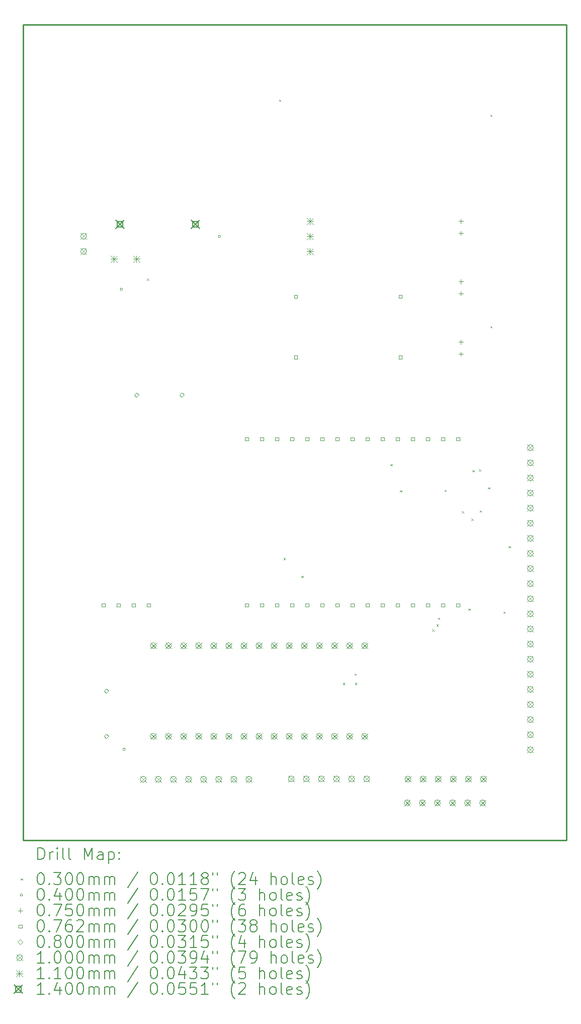
<source format=gbr>
%TF.GenerationSoftware,KiCad,Pcbnew,(6.0.9)*%
%TF.CreationDate,2023-01-12T19:49:18+01:00*%
%TF.ProjectId,vogelhuisje_kicad,766f6765-6c68-4756-9973-6a655f6b6963,rev?*%
%TF.SameCoordinates,Original*%
%TF.FileFunction,Drillmap*%
%TF.FilePolarity,Positive*%
%FSLAX45Y45*%
G04 Gerber Fmt 4.5, Leading zero omitted, Abs format (unit mm)*
G04 Created by KiCad (PCBNEW (6.0.9)) date 2023-01-12 19:49:18*
%MOMM*%
%LPD*%
G01*
G04 APERTURE LIST*
%ADD10C,0.254000*%
%ADD11C,0.200000*%
%ADD12C,0.030000*%
%ADD13C,0.040000*%
%ADD14C,0.075000*%
%ADD15C,0.076200*%
%ADD16C,0.080000*%
%ADD17C,0.100000*%
%ADD18C,0.110000*%
%ADD19C,0.140000*%
G04 APERTURE END LIST*
D10*
X6604000Y-4318000D02*
X15748000Y-4318000D01*
X15748000Y-4318000D02*
X15748000Y-18034000D01*
X15748000Y-18034000D02*
X6604000Y-18034000D01*
X6604000Y-18034000D02*
X6604000Y-4318000D01*
D11*
D12*
X8685000Y-8585000D02*
X8715000Y-8615000D01*
X8715000Y-8585000D02*
X8685000Y-8615000D01*
X10907000Y-5573000D02*
X10937000Y-5603000D01*
X10937000Y-5573000D02*
X10907000Y-5603000D01*
X10985000Y-13285000D02*
X11015000Y-13315000D01*
X11015000Y-13285000D02*
X10985000Y-13315000D01*
X11285000Y-13585000D02*
X11315000Y-13615000D01*
X11315000Y-13585000D02*
X11285000Y-13615000D01*
X11985000Y-15385000D02*
X12015000Y-15415000D01*
X12015000Y-15385000D02*
X11985000Y-15415000D01*
X12177000Y-15225000D02*
X12207000Y-15255000D01*
X12207000Y-15225000D02*
X12177000Y-15255000D01*
X12185000Y-15385000D02*
X12215000Y-15415000D01*
X12215000Y-15385000D02*
X12185000Y-15415000D01*
X12785000Y-11705000D02*
X12815000Y-11735000D01*
X12815000Y-11705000D02*
X12785000Y-11735000D01*
X12945000Y-12145000D02*
X12975000Y-12175000D01*
X12975000Y-12145000D02*
X12945000Y-12175000D01*
X13485000Y-14485000D02*
X13515000Y-14515000D01*
X13515000Y-14485000D02*
X13485000Y-14515000D01*
X13558000Y-14399000D02*
X13588000Y-14429000D01*
X13588000Y-14399000D02*
X13558000Y-14429000D01*
X13585000Y-14285000D02*
X13615000Y-14315000D01*
X13615000Y-14285000D02*
X13585000Y-14315000D01*
X13695000Y-12135000D02*
X13725000Y-12165000D01*
X13725000Y-12135000D02*
X13695000Y-12165000D01*
X13985000Y-12495000D02*
X14015000Y-12525000D01*
X14015000Y-12495000D02*
X13985000Y-12525000D01*
X14095000Y-14135000D02*
X14125000Y-14165000D01*
X14125000Y-14135000D02*
X14095000Y-14165000D01*
X14145000Y-12625000D02*
X14175000Y-12655000D01*
X14175000Y-12625000D02*
X14145000Y-12655000D01*
X14165000Y-11805000D02*
X14195000Y-11835000D01*
X14195000Y-11805000D02*
X14165000Y-11835000D01*
X14275000Y-11795000D02*
X14305000Y-11825000D01*
X14305000Y-11795000D02*
X14275000Y-11825000D01*
X14285000Y-12485000D02*
X14315000Y-12515000D01*
X14315000Y-12485000D02*
X14285000Y-12515000D01*
X14425000Y-12095000D02*
X14455000Y-12125000D01*
X14455000Y-12095000D02*
X14425000Y-12125000D01*
X14463000Y-5827000D02*
X14493000Y-5857000D01*
X14493000Y-5827000D02*
X14463000Y-5857000D01*
X14463000Y-9383000D02*
X14493000Y-9413000D01*
X14493000Y-9383000D02*
X14463000Y-9413000D01*
X14685000Y-14185000D02*
X14715000Y-14215000D01*
X14715000Y-14185000D02*
X14685000Y-14215000D01*
X14775000Y-13085000D02*
X14805000Y-13115000D01*
X14805000Y-13085000D02*
X14775000Y-13115000D01*
D13*
X8275000Y-8763000D02*
G75*
G03*
X8275000Y-8763000I-20000J0D01*
G01*
X8320000Y-16500000D02*
G75*
G03*
X8320000Y-16500000I-20000J0D01*
G01*
X9926000Y-7874000D02*
G75*
G03*
X9926000Y-7874000I-20000J0D01*
G01*
D14*
X13970000Y-7582500D02*
X13970000Y-7657500D01*
X13932500Y-7620000D02*
X14007500Y-7620000D01*
X13970000Y-7782500D02*
X13970000Y-7857500D01*
X13932500Y-7820000D02*
X14007500Y-7820000D01*
X13970000Y-8598500D02*
X13970000Y-8673500D01*
X13932500Y-8636000D02*
X14007500Y-8636000D01*
X13970000Y-8798500D02*
X13970000Y-8873500D01*
X13932500Y-8836000D02*
X14007500Y-8836000D01*
X13970000Y-9614500D02*
X13970000Y-9689500D01*
X13932500Y-9652000D02*
X14007500Y-9652000D01*
X13970000Y-9814500D02*
X13970000Y-9889500D01*
X13932500Y-9852000D02*
X14007500Y-9852000D01*
D15*
X7978941Y-14104941D02*
X7978941Y-14051059D01*
X7925059Y-14051059D01*
X7925059Y-14104941D01*
X7978941Y-14104941D01*
X8232941Y-14104941D02*
X8232941Y-14051059D01*
X8179059Y-14051059D01*
X8179059Y-14104941D01*
X8232941Y-14104941D01*
X8486941Y-14104941D02*
X8486941Y-14051059D01*
X8433059Y-14051059D01*
X8433059Y-14104941D01*
X8486941Y-14104941D01*
X8740941Y-14104941D02*
X8740941Y-14051059D01*
X8687059Y-14051059D01*
X8687059Y-14104941D01*
X8740941Y-14104941D01*
X10390941Y-11310941D02*
X10390941Y-11257059D01*
X10337059Y-11257059D01*
X10337059Y-11310941D01*
X10390941Y-11310941D01*
X10390941Y-14104941D02*
X10390941Y-14051059D01*
X10337059Y-14051059D01*
X10337059Y-14104941D01*
X10390941Y-14104941D01*
X10644941Y-11310941D02*
X10644941Y-11257059D01*
X10591059Y-11257059D01*
X10591059Y-11310941D01*
X10644941Y-11310941D01*
X10644941Y-14104941D02*
X10644941Y-14051059D01*
X10591059Y-14051059D01*
X10591059Y-14104941D01*
X10644941Y-14104941D01*
X10898941Y-11310941D02*
X10898941Y-11257059D01*
X10845059Y-11257059D01*
X10845059Y-11310941D01*
X10898941Y-11310941D01*
X10898941Y-14104941D02*
X10898941Y-14051059D01*
X10845059Y-14051059D01*
X10845059Y-14104941D01*
X10898941Y-14104941D01*
X11152941Y-11310941D02*
X11152941Y-11257059D01*
X11099059Y-11257059D01*
X11099059Y-11310941D01*
X11152941Y-11310941D01*
X11152941Y-14104941D02*
X11152941Y-14051059D01*
X11099059Y-14051059D01*
X11099059Y-14104941D01*
X11152941Y-14104941D01*
X11218941Y-8915441D02*
X11218941Y-8861559D01*
X11165059Y-8861559D01*
X11165059Y-8915441D01*
X11218941Y-8915441D01*
X11218941Y-9935441D02*
X11218941Y-9881559D01*
X11165059Y-9881559D01*
X11165059Y-9935441D01*
X11218941Y-9935441D01*
X11406941Y-11310941D02*
X11406941Y-11257059D01*
X11353059Y-11257059D01*
X11353059Y-11310941D01*
X11406941Y-11310941D01*
X11406941Y-14104941D02*
X11406941Y-14051059D01*
X11353059Y-14051059D01*
X11353059Y-14104941D01*
X11406941Y-14104941D01*
X11660941Y-11310941D02*
X11660941Y-11257059D01*
X11607059Y-11257059D01*
X11607059Y-11310941D01*
X11660941Y-11310941D01*
X11660941Y-14104941D02*
X11660941Y-14051059D01*
X11607059Y-14051059D01*
X11607059Y-14104941D01*
X11660941Y-14104941D01*
X11914941Y-11310941D02*
X11914941Y-11257059D01*
X11861059Y-11257059D01*
X11861059Y-11310941D01*
X11914941Y-11310941D01*
X11914941Y-14104941D02*
X11914941Y-14051059D01*
X11861059Y-14051059D01*
X11861059Y-14104941D01*
X11914941Y-14104941D01*
X12168941Y-11310941D02*
X12168941Y-11257059D01*
X12115059Y-11257059D01*
X12115059Y-11310941D01*
X12168941Y-11310941D01*
X12168941Y-14104941D02*
X12168941Y-14051059D01*
X12115059Y-14051059D01*
X12115059Y-14104941D01*
X12168941Y-14104941D01*
X12422941Y-11310941D02*
X12422941Y-11257059D01*
X12369059Y-11257059D01*
X12369059Y-11310941D01*
X12422941Y-11310941D01*
X12422941Y-14104941D02*
X12422941Y-14051059D01*
X12369059Y-14051059D01*
X12369059Y-14104941D01*
X12422941Y-14104941D01*
X12676941Y-11310941D02*
X12676941Y-11257059D01*
X12623059Y-11257059D01*
X12623059Y-11310941D01*
X12676941Y-11310941D01*
X12676941Y-14104941D02*
X12676941Y-14051059D01*
X12623059Y-14051059D01*
X12623059Y-14104941D01*
X12676941Y-14104941D01*
X12930941Y-11310941D02*
X12930941Y-11257059D01*
X12877059Y-11257059D01*
X12877059Y-11310941D01*
X12930941Y-11310941D01*
X12930941Y-14104941D02*
X12930941Y-14051059D01*
X12877059Y-14051059D01*
X12877059Y-14104941D01*
X12930941Y-14104941D01*
X12978941Y-8915441D02*
X12978941Y-8861559D01*
X12925059Y-8861559D01*
X12925059Y-8915441D01*
X12978941Y-8915441D01*
X12978941Y-9935441D02*
X12978941Y-9881559D01*
X12925059Y-9881559D01*
X12925059Y-9935441D01*
X12978941Y-9935441D01*
X13184941Y-11310941D02*
X13184941Y-11257059D01*
X13131059Y-11257059D01*
X13131059Y-11310941D01*
X13184941Y-11310941D01*
X13184941Y-14104941D02*
X13184941Y-14051059D01*
X13131059Y-14051059D01*
X13131059Y-14104941D01*
X13184941Y-14104941D01*
X13438941Y-11310941D02*
X13438941Y-11257059D01*
X13385059Y-11257059D01*
X13385059Y-11310941D01*
X13438941Y-11310941D01*
X13438941Y-14104941D02*
X13438941Y-14051059D01*
X13385059Y-14051059D01*
X13385059Y-14104941D01*
X13438941Y-14104941D01*
X13692941Y-11310941D02*
X13692941Y-11257059D01*
X13639059Y-11257059D01*
X13639059Y-11310941D01*
X13692941Y-11310941D01*
X13692941Y-14104941D02*
X13692941Y-14051059D01*
X13639059Y-14051059D01*
X13639059Y-14104941D01*
X13692941Y-14104941D01*
X13946941Y-11310941D02*
X13946941Y-11257059D01*
X13893059Y-11257059D01*
X13893059Y-11310941D01*
X13946941Y-11310941D01*
X13946941Y-14104941D02*
X13946941Y-14051059D01*
X13893059Y-14051059D01*
X13893059Y-14104941D01*
X13946941Y-14104941D01*
D16*
X8000000Y-15559000D02*
X8040000Y-15519000D01*
X8000000Y-15479000D01*
X7960000Y-15519000D01*
X8000000Y-15559000D01*
X8000000Y-16321000D02*
X8040000Y-16281000D01*
X8000000Y-16241000D01*
X7960000Y-16281000D01*
X8000000Y-16321000D01*
X8509000Y-10581000D02*
X8549000Y-10541000D01*
X8509000Y-10501000D01*
X8469000Y-10541000D01*
X8509000Y-10581000D01*
X9271000Y-10581000D02*
X9311000Y-10541000D01*
X9271000Y-10501000D01*
X9231000Y-10541000D01*
X9271000Y-10581000D01*
D17*
X7570000Y-7824000D02*
X7670000Y-7924000D01*
X7670000Y-7824000D02*
X7570000Y-7924000D01*
X7670000Y-7874000D02*
G75*
G03*
X7670000Y-7874000I-50000J0D01*
G01*
X7570000Y-8078000D02*
X7670000Y-8178000D01*
X7670000Y-8078000D02*
X7570000Y-8178000D01*
X7670000Y-8128000D02*
G75*
G03*
X7670000Y-8128000I-50000J0D01*
G01*
X8572000Y-16955000D02*
X8672000Y-17055000D01*
X8672000Y-16955000D02*
X8572000Y-17055000D01*
X8672000Y-17005000D02*
G75*
G03*
X8672000Y-17005000I-50000J0D01*
G01*
X8742500Y-14709500D02*
X8842500Y-14809500D01*
X8842500Y-14709500D02*
X8742500Y-14809500D01*
X8842500Y-14759500D02*
G75*
G03*
X8842500Y-14759500I-50000J0D01*
G01*
X8742500Y-16233500D02*
X8842500Y-16333500D01*
X8842500Y-16233500D02*
X8742500Y-16333500D01*
X8842500Y-16283500D02*
G75*
G03*
X8842500Y-16283500I-50000J0D01*
G01*
X8826000Y-16955000D02*
X8926000Y-17055000D01*
X8926000Y-16955000D02*
X8826000Y-17055000D01*
X8926000Y-17005000D02*
G75*
G03*
X8926000Y-17005000I-50000J0D01*
G01*
X8996500Y-14709500D02*
X9096500Y-14809500D01*
X9096500Y-14709500D02*
X8996500Y-14809500D01*
X9096500Y-14759500D02*
G75*
G03*
X9096500Y-14759500I-50000J0D01*
G01*
X8996500Y-16233500D02*
X9096500Y-16333500D01*
X9096500Y-16233500D02*
X8996500Y-16333500D01*
X9096500Y-16283500D02*
G75*
G03*
X9096500Y-16283500I-50000J0D01*
G01*
X9080000Y-16955000D02*
X9180000Y-17055000D01*
X9180000Y-16955000D02*
X9080000Y-17055000D01*
X9180000Y-17005000D02*
G75*
G03*
X9180000Y-17005000I-50000J0D01*
G01*
X9250500Y-14709500D02*
X9350500Y-14809500D01*
X9350500Y-14709500D02*
X9250500Y-14809500D01*
X9350500Y-14759500D02*
G75*
G03*
X9350500Y-14759500I-50000J0D01*
G01*
X9250500Y-16233500D02*
X9350500Y-16333500D01*
X9350500Y-16233500D02*
X9250500Y-16333500D01*
X9350500Y-16283500D02*
G75*
G03*
X9350500Y-16283500I-50000J0D01*
G01*
X9334000Y-16955000D02*
X9434000Y-17055000D01*
X9434000Y-16955000D02*
X9334000Y-17055000D01*
X9434000Y-17005000D02*
G75*
G03*
X9434000Y-17005000I-50000J0D01*
G01*
X9504500Y-14709500D02*
X9604500Y-14809500D01*
X9604500Y-14709500D02*
X9504500Y-14809500D01*
X9604500Y-14759500D02*
G75*
G03*
X9604500Y-14759500I-50000J0D01*
G01*
X9504500Y-16233500D02*
X9604500Y-16333500D01*
X9604500Y-16233500D02*
X9504500Y-16333500D01*
X9604500Y-16283500D02*
G75*
G03*
X9604500Y-16283500I-50000J0D01*
G01*
X9588000Y-16955000D02*
X9688000Y-17055000D01*
X9688000Y-16955000D02*
X9588000Y-17055000D01*
X9688000Y-17005000D02*
G75*
G03*
X9688000Y-17005000I-50000J0D01*
G01*
X9758500Y-14709500D02*
X9858500Y-14809500D01*
X9858500Y-14709500D02*
X9758500Y-14809500D01*
X9858500Y-14759500D02*
G75*
G03*
X9858500Y-14759500I-50000J0D01*
G01*
X9758500Y-16233500D02*
X9858500Y-16333500D01*
X9858500Y-16233500D02*
X9758500Y-16333500D01*
X9858500Y-16283500D02*
G75*
G03*
X9858500Y-16283500I-50000J0D01*
G01*
X9842000Y-16955000D02*
X9942000Y-17055000D01*
X9942000Y-16955000D02*
X9842000Y-17055000D01*
X9942000Y-17005000D02*
G75*
G03*
X9942000Y-17005000I-50000J0D01*
G01*
X10012500Y-14709500D02*
X10112500Y-14809500D01*
X10112500Y-14709500D02*
X10012500Y-14809500D01*
X10112500Y-14759500D02*
G75*
G03*
X10112500Y-14759500I-50000J0D01*
G01*
X10012500Y-16233500D02*
X10112500Y-16333500D01*
X10112500Y-16233500D02*
X10012500Y-16333500D01*
X10112500Y-16283500D02*
G75*
G03*
X10112500Y-16283500I-50000J0D01*
G01*
X10096000Y-16955000D02*
X10196000Y-17055000D01*
X10196000Y-16955000D02*
X10096000Y-17055000D01*
X10196000Y-17005000D02*
G75*
G03*
X10196000Y-17005000I-50000J0D01*
G01*
X10266500Y-14709500D02*
X10366500Y-14809500D01*
X10366500Y-14709500D02*
X10266500Y-14809500D01*
X10366500Y-14759500D02*
G75*
G03*
X10366500Y-14759500I-50000J0D01*
G01*
X10266500Y-16233500D02*
X10366500Y-16333500D01*
X10366500Y-16233500D02*
X10266500Y-16333500D01*
X10366500Y-16283500D02*
G75*
G03*
X10366500Y-16283500I-50000J0D01*
G01*
X10350000Y-16955000D02*
X10450000Y-17055000D01*
X10450000Y-16955000D02*
X10350000Y-17055000D01*
X10450000Y-17005000D02*
G75*
G03*
X10450000Y-17005000I-50000J0D01*
G01*
X10520500Y-14709500D02*
X10620500Y-14809500D01*
X10620500Y-14709500D02*
X10520500Y-14809500D01*
X10620500Y-14759500D02*
G75*
G03*
X10620500Y-14759500I-50000J0D01*
G01*
X10520500Y-16233500D02*
X10620500Y-16333500D01*
X10620500Y-16233500D02*
X10520500Y-16333500D01*
X10620500Y-16283500D02*
G75*
G03*
X10620500Y-16283500I-50000J0D01*
G01*
X10774500Y-14709500D02*
X10874500Y-14809500D01*
X10874500Y-14709500D02*
X10774500Y-14809500D01*
X10874500Y-14759500D02*
G75*
G03*
X10874500Y-14759500I-50000J0D01*
G01*
X10774500Y-16233500D02*
X10874500Y-16333500D01*
X10874500Y-16233500D02*
X10774500Y-16333500D01*
X10874500Y-16283500D02*
G75*
G03*
X10874500Y-16283500I-50000J0D01*
G01*
X11028500Y-14709500D02*
X11128500Y-14809500D01*
X11128500Y-14709500D02*
X11028500Y-14809500D01*
X11128500Y-14759500D02*
G75*
G03*
X11128500Y-14759500I-50000J0D01*
G01*
X11028500Y-16233500D02*
X11128500Y-16333500D01*
X11128500Y-16233500D02*
X11028500Y-16333500D01*
X11128500Y-16283500D02*
G75*
G03*
X11128500Y-16283500I-50000J0D01*
G01*
X11062500Y-16950000D02*
X11162500Y-17050000D01*
X11162500Y-16950000D02*
X11062500Y-17050000D01*
X11162500Y-17000000D02*
G75*
G03*
X11162500Y-17000000I-50000J0D01*
G01*
X11282500Y-14709500D02*
X11382500Y-14809500D01*
X11382500Y-14709500D02*
X11282500Y-14809500D01*
X11382500Y-14759500D02*
G75*
G03*
X11382500Y-14759500I-50000J0D01*
G01*
X11282500Y-16233500D02*
X11382500Y-16333500D01*
X11382500Y-16233500D02*
X11282500Y-16333500D01*
X11382500Y-16283500D02*
G75*
G03*
X11382500Y-16283500I-50000J0D01*
G01*
X11316500Y-16950000D02*
X11416500Y-17050000D01*
X11416500Y-16950000D02*
X11316500Y-17050000D01*
X11416500Y-17000000D02*
G75*
G03*
X11416500Y-17000000I-50000J0D01*
G01*
X11536500Y-14709500D02*
X11636500Y-14809500D01*
X11636500Y-14709500D02*
X11536500Y-14809500D01*
X11636500Y-14759500D02*
G75*
G03*
X11636500Y-14759500I-50000J0D01*
G01*
X11536500Y-16233500D02*
X11636500Y-16333500D01*
X11636500Y-16233500D02*
X11536500Y-16333500D01*
X11636500Y-16283500D02*
G75*
G03*
X11636500Y-16283500I-50000J0D01*
G01*
X11570500Y-16950000D02*
X11670500Y-17050000D01*
X11670500Y-16950000D02*
X11570500Y-17050000D01*
X11670500Y-17000000D02*
G75*
G03*
X11670500Y-17000000I-50000J0D01*
G01*
X11790500Y-14709500D02*
X11890500Y-14809500D01*
X11890500Y-14709500D02*
X11790500Y-14809500D01*
X11890500Y-14759500D02*
G75*
G03*
X11890500Y-14759500I-50000J0D01*
G01*
X11790500Y-16233500D02*
X11890500Y-16333500D01*
X11890500Y-16233500D02*
X11790500Y-16333500D01*
X11890500Y-16283500D02*
G75*
G03*
X11890500Y-16283500I-50000J0D01*
G01*
X11824500Y-16950000D02*
X11924500Y-17050000D01*
X11924500Y-16950000D02*
X11824500Y-17050000D01*
X11924500Y-17000000D02*
G75*
G03*
X11924500Y-17000000I-50000J0D01*
G01*
X12044500Y-14709500D02*
X12144500Y-14809500D01*
X12144500Y-14709500D02*
X12044500Y-14809500D01*
X12144500Y-14759500D02*
G75*
G03*
X12144500Y-14759500I-50000J0D01*
G01*
X12044500Y-16233500D02*
X12144500Y-16333500D01*
X12144500Y-16233500D02*
X12044500Y-16333500D01*
X12144500Y-16283500D02*
G75*
G03*
X12144500Y-16283500I-50000J0D01*
G01*
X12078500Y-16950000D02*
X12178500Y-17050000D01*
X12178500Y-16950000D02*
X12078500Y-17050000D01*
X12178500Y-17000000D02*
G75*
G03*
X12178500Y-17000000I-50000J0D01*
G01*
X12298500Y-14709500D02*
X12398500Y-14809500D01*
X12398500Y-14709500D02*
X12298500Y-14809500D01*
X12398500Y-14759500D02*
G75*
G03*
X12398500Y-14759500I-50000J0D01*
G01*
X12298500Y-16233500D02*
X12398500Y-16333500D01*
X12398500Y-16233500D02*
X12298500Y-16333500D01*
X12398500Y-16283500D02*
G75*
G03*
X12398500Y-16283500I-50000J0D01*
G01*
X12332500Y-16950000D02*
X12432500Y-17050000D01*
X12432500Y-16950000D02*
X12332500Y-17050000D01*
X12432500Y-17000000D02*
G75*
G03*
X12432500Y-17000000I-50000J0D01*
G01*
X13015000Y-17352500D02*
X13115000Y-17452500D01*
X13115000Y-17352500D02*
X13015000Y-17452500D01*
X13115000Y-17402500D02*
G75*
G03*
X13115000Y-17402500I-50000J0D01*
G01*
X13027500Y-16952500D02*
X13127500Y-17052500D01*
X13127500Y-16952500D02*
X13027500Y-17052500D01*
X13127500Y-17002500D02*
G75*
G03*
X13127500Y-17002500I-50000J0D01*
G01*
X13269000Y-17352500D02*
X13369000Y-17452500D01*
X13369000Y-17352500D02*
X13269000Y-17452500D01*
X13369000Y-17402500D02*
G75*
G03*
X13369000Y-17402500I-50000J0D01*
G01*
X13281500Y-16952500D02*
X13381500Y-17052500D01*
X13381500Y-16952500D02*
X13281500Y-17052500D01*
X13381500Y-17002500D02*
G75*
G03*
X13381500Y-17002500I-50000J0D01*
G01*
X13523000Y-17352500D02*
X13623000Y-17452500D01*
X13623000Y-17352500D02*
X13523000Y-17452500D01*
X13623000Y-17402500D02*
G75*
G03*
X13623000Y-17402500I-50000J0D01*
G01*
X13535500Y-16952500D02*
X13635500Y-17052500D01*
X13635500Y-16952500D02*
X13535500Y-17052500D01*
X13635500Y-17002500D02*
G75*
G03*
X13635500Y-17002500I-50000J0D01*
G01*
X13777000Y-17352500D02*
X13877000Y-17452500D01*
X13877000Y-17352500D02*
X13777000Y-17452500D01*
X13877000Y-17402500D02*
G75*
G03*
X13877000Y-17402500I-50000J0D01*
G01*
X13789500Y-16952500D02*
X13889500Y-17052500D01*
X13889500Y-16952500D02*
X13789500Y-17052500D01*
X13889500Y-17002500D02*
G75*
G03*
X13889500Y-17002500I-50000J0D01*
G01*
X14031000Y-17352500D02*
X14131000Y-17452500D01*
X14131000Y-17352500D02*
X14031000Y-17452500D01*
X14131000Y-17402500D02*
G75*
G03*
X14131000Y-17402500I-50000J0D01*
G01*
X14043500Y-16952500D02*
X14143500Y-17052500D01*
X14143500Y-16952500D02*
X14043500Y-17052500D01*
X14143500Y-17002500D02*
G75*
G03*
X14143500Y-17002500I-50000J0D01*
G01*
X14285000Y-17352500D02*
X14385000Y-17452500D01*
X14385000Y-17352500D02*
X14285000Y-17452500D01*
X14385000Y-17402500D02*
G75*
G03*
X14385000Y-17402500I-50000J0D01*
G01*
X14297500Y-16952500D02*
X14397500Y-17052500D01*
X14397500Y-16952500D02*
X14297500Y-17052500D01*
X14397500Y-17002500D02*
G75*
G03*
X14397500Y-17002500I-50000J0D01*
G01*
X15088400Y-11380000D02*
X15188400Y-11480000D01*
X15188400Y-11380000D02*
X15088400Y-11480000D01*
X15188400Y-11430000D02*
G75*
G03*
X15188400Y-11430000I-50000J0D01*
G01*
X15088400Y-11634000D02*
X15188400Y-11734000D01*
X15188400Y-11634000D02*
X15088400Y-11734000D01*
X15188400Y-11684000D02*
G75*
G03*
X15188400Y-11684000I-50000J0D01*
G01*
X15088400Y-11888000D02*
X15188400Y-11988000D01*
X15188400Y-11888000D02*
X15088400Y-11988000D01*
X15188400Y-11938000D02*
G75*
G03*
X15188400Y-11938000I-50000J0D01*
G01*
X15088400Y-12142000D02*
X15188400Y-12242000D01*
X15188400Y-12142000D02*
X15088400Y-12242000D01*
X15188400Y-12192000D02*
G75*
G03*
X15188400Y-12192000I-50000J0D01*
G01*
X15088400Y-12396000D02*
X15188400Y-12496000D01*
X15188400Y-12396000D02*
X15088400Y-12496000D01*
X15188400Y-12446000D02*
G75*
G03*
X15188400Y-12446000I-50000J0D01*
G01*
X15088400Y-12650000D02*
X15188400Y-12750000D01*
X15188400Y-12650000D02*
X15088400Y-12750000D01*
X15188400Y-12700000D02*
G75*
G03*
X15188400Y-12700000I-50000J0D01*
G01*
X15088400Y-12904000D02*
X15188400Y-13004000D01*
X15188400Y-12904000D02*
X15088400Y-13004000D01*
X15188400Y-12954000D02*
G75*
G03*
X15188400Y-12954000I-50000J0D01*
G01*
X15088400Y-13158000D02*
X15188400Y-13258000D01*
X15188400Y-13158000D02*
X15088400Y-13258000D01*
X15188400Y-13208000D02*
G75*
G03*
X15188400Y-13208000I-50000J0D01*
G01*
X15088400Y-13412000D02*
X15188400Y-13512000D01*
X15188400Y-13412000D02*
X15088400Y-13512000D01*
X15188400Y-13462000D02*
G75*
G03*
X15188400Y-13462000I-50000J0D01*
G01*
X15088400Y-13666000D02*
X15188400Y-13766000D01*
X15188400Y-13666000D02*
X15088400Y-13766000D01*
X15188400Y-13716000D02*
G75*
G03*
X15188400Y-13716000I-50000J0D01*
G01*
X15088400Y-13920000D02*
X15188400Y-14020000D01*
X15188400Y-13920000D02*
X15088400Y-14020000D01*
X15188400Y-13970000D02*
G75*
G03*
X15188400Y-13970000I-50000J0D01*
G01*
X15088400Y-14174000D02*
X15188400Y-14274000D01*
X15188400Y-14174000D02*
X15088400Y-14274000D01*
X15188400Y-14224000D02*
G75*
G03*
X15188400Y-14224000I-50000J0D01*
G01*
X15088400Y-14428000D02*
X15188400Y-14528000D01*
X15188400Y-14428000D02*
X15088400Y-14528000D01*
X15188400Y-14478000D02*
G75*
G03*
X15188400Y-14478000I-50000J0D01*
G01*
X15088400Y-14682000D02*
X15188400Y-14782000D01*
X15188400Y-14682000D02*
X15088400Y-14782000D01*
X15188400Y-14732000D02*
G75*
G03*
X15188400Y-14732000I-50000J0D01*
G01*
X15088400Y-14936000D02*
X15188400Y-15036000D01*
X15188400Y-14936000D02*
X15088400Y-15036000D01*
X15188400Y-14986000D02*
G75*
G03*
X15188400Y-14986000I-50000J0D01*
G01*
X15088400Y-15190000D02*
X15188400Y-15290000D01*
X15188400Y-15190000D02*
X15088400Y-15290000D01*
X15188400Y-15240000D02*
G75*
G03*
X15188400Y-15240000I-50000J0D01*
G01*
X15088400Y-15444000D02*
X15188400Y-15544000D01*
X15188400Y-15444000D02*
X15088400Y-15544000D01*
X15188400Y-15494000D02*
G75*
G03*
X15188400Y-15494000I-50000J0D01*
G01*
X15088400Y-15698000D02*
X15188400Y-15798000D01*
X15188400Y-15698000D02*
X15088400Y-15798000D01*
X15188400Y-15748000D02*
G75*
G03*
X15188400Y-15748000I-50000J0D01*
G01*
X15088400Y-15952000D02*
X15188400Y-16052000D01*
X15188400Y-15952000D02*
X15088400Y-16052000D01*
X15188400Y-16002000D02*
G75*
G03*
X15188400Y-16002000I-50000J0D01*
G01*
X15088400Y-16206000D02*
X15188400Y-16306000D01*
X15188400Y-16206000D02*
X15088400Y-16306000D01*
X15188400Y-16256000D02*
G75*
G03*
X15188400Y-16256000I-50000J0D01*
G01*
X15088400Y-16460000D02*
X15188400Y-16560000D01*
X15188400Y-16460000D02*
X15088400Y-16560000D01*
X15188400Y-16510000D02*
G75*
G03*
X15188400Y-16510000I-50000J0D01*
G01*
D18*
X8073000Y-8200000D02*
X8183000Y-8310000D01*
X8183000Y-8200000D02*
X8073000Y-8310000D01*
X8128000Y-8200000D02*
X8128000Y-8310000D01*
X8073000Y-8255000D02*
X8183000Y-8255000D01*
X8454000Y-8200000D02*
X8564000Y-8310000D01*
X8564000Y-8200000D02*
X8454000Y-8310000D01*
X8509000Y-8200000D02*
X8509000Y-8310000D01*
X8454000Y-8255000D02*
X8564000Y-8255000D01*
X11375000Y-7565000D02*
X11485000Y-7675000D01*
X11485000Y-7565000D02*
X11375000Y-7675000D01*
X11430000Y-7565000D02*
X11430000Y-7675000D01*
X11375000Y-7620000D02*
X11485000Y-7620000D01*
X11375000Y-7819000D02*
X11485000Y-7929000D01*
X11485000Y-7819000D02*
X11375000Y-7929000D01*
X11430000Y-7819000D02*
X11430000Y-7929000D01*
X11375000Y-7874000D02*
X11485000Y-7874000D01*
X11375000Y-8073000D02*
X11485000Y-8183000D01*
X11485000Y-8073000D02*
X11375000Y-8183000D01*
X11430000Y-8073000D02*
X11430000Y-8183000D01*
X11375000Y-8128000D02*
X11485000Y-8128000D01*
D19*
X8160000Y-7603000D02*
X8300000Y-7743000D01*
X8300000Y-7603000D02*
X8160000Y-7743000D01*
X8279498Y-7722498D02*
X8279498Y-7623502D01*
X8180502Y-7623502D01*
X8180502Y-7722498D01*
X8279498Y-7722498D01*
X9430000Y-7603000D02*
X9570000Y-7743000D01*
X9570000Y-7603000D02*
X9430000Y-7743000D01*
X9549498Y-7722498D02*
X9549498Y-7623502D01*
X9450502Y-7623502D01*
X9450502Y-7722498D01*
X9549498Y-7722498D01*
D11*
X6848919Y-18357176D02*
X6848919Y-18157176D01*
X6896538Y-18157176D01*
X6925109Y-18166700D01*
X6944157Y-18185748D01*
X6953681Y-18204795D01*
X6963205Y-18242890D01*
X6963205Y-18271462D01*
X6953681Y-18309557D01*
X6944157Y-18328605D01*
X6925109Y-18347652D01*
X6896538Y-18357176D01*
X6848919Y-18357176D01*
X7048919Y-18357176D02*
X7048919Y-18223843D01*
X7048919Y-18261938D02*
X7058443Y-18242890D01*
X7067967Y-18233367D01*
X7087014Y-18223843D01*
X7106062Y-18223843D01*
X7172728Y-18357176D02*
X7172728Y-18223843D01*
X7172728Y-18157176D02*
X7163205Y-18166700D01*
X7172728Y-18176224D01*
X7182252Y-18166700D01*
X7172728Y-18157176D01*
X7172728Y-18176224D01*
X7296538Y-18357176D02*
X7277490Y-18347652D01*
X7267967Y-18328605D01*
X7267967Y-18157176D01*
X7401300Y-18357176D02*
X7382252Y-18347652D01*
X7372728Y-18328605D01*
X7372728Y-18157176D01*
X7629871Y-18357176D02*
X7629871Y-18157176D01*
X7696538Y-18300033D01*
X7763205Y-18157176D01*
X7763205Y-18357176D01*
X7944157Y-18357176D02*
X7944157Y-18252414D01*
X7934633Y-18233367D01*
X7915586Y-18223843D01*
X7877490Y-18223843D01*
X7858443Y-18233367D01*
X7944157Y-18347652D02*
X7925109Y-18357176D01*
X7877490Y-18357176D01*
X7858443Y-18347652D01*
X7848919Y-18328605D01*
X7848919Y-18309557D01*
X7858443Y-18290510D01*
X7877490Y-18280986D01*
X7925109Y-18280986D01*
X7944157Y-18271462D01*
X8039395Y-18223843D02*
X8039395Y-18423843D01*
X8039395Y-18233367D02*
X8058443Y-18223843D01*
X8096538Y-18223843D01*
X8115586Y-18233367D01*
X8125109Y-18242890D01*
X8134633Y-18261938D01*
X8134633Y-18319081D01*
X8125109Y-18338129D01*
X8115586Y-18347652D01*
X8096538Y-18357176D01*
X8058443Y-18357176D01*
X8039395Y-18347652D01*
X8220348Y-18338129D02*
X8229871Y-18347652D01*
X8220348Y-18357176D01*
X8210824Y-18347652D01*
X8220348Y-18338129D01*
X8220348Y-18357176D01*
X8220348Y-18233367D02*
X8229871Y-18242890D01*
X8220348Y-18252414D01*
X8210824Y-18242890D01*
X8220348Y-18233367D01*
X8220348Y-18252414D01*
D12*
X6561300Y-18671700D02*
X6591300Y-18701700D01*
X6591300Y-18671700D02*
X6561300Y-18701700D01*
D11*
X6887014Y-18577176D02*
X6906062Y-18577176D01*
X6925109Y-18586700D01*
X6934633Y-18596224D01*
X6944157Y-18615271D01*
X6953681Y-18653367D01*
X6953681Y-18700986D01*
X6944157Y-18739081D01*
X6934633Y-18758129D01*
X6925109Y-18767652D01*
X6906062Y-18777176D01*
X6887014Y-18777176D01*
X6867967Y-18767652D01*
X6858443Y-18758129D01*
X6848919Y-18739081D01*
X6839395Y-18700986D01*
X6839395Y-18653367D01*
X6848919Y-18615271D01*
X6858443Y-18596224D01*
X6867967Y-18586700D01*
X6887014Y-18577176D01*
X7039395Y-18758129D02*
X7048919Y-18767652D01*
X7039395Y-18777176D01*
X7029871Y-18767652D01*
X7039395Y-18758129D01*
X7039395Y-18777176D01*
X7115586Y-18577176D02*
X7239395Y-18577176D01*
X7172728Y-18653367D01*
X7201300Y-18653367D01*
X7220348Y-18662890D01*
X7229871Y-18672414D01*
X7239395Y-18691462D01*
X7239395Y-18739081D01*
X7229871Y-18758129D01*
X7220348Y-18767652D01*
X7201300Y-18777176D01*
X7144157Y-18777176D01*
X7125109Y-18767652D01*
X7115586Y-18758129D01*
X7363205Y-18577176D02*
X7382252Y-18577176D01*
X7401300Y-18586700D01*
X7410824Y-18596224D01*
X7420348Y-18615271D01*
X7429871Y-18653367D01*
X7429871Y-18700986D01*
X7420348Y-18739081D01*
X7410824Y-18758129D01*
X7401300Y-18767652D01*
X7382252Y-18777176D01*
X7363205Y-18777176D01*
X7344157Y-18767652D01*
X7334633Y-18758129D01*
X7325109Y-18739081D01*
X7315586Y-18700986D01*
X7315586Y-18653367D01*
X7325109Y-18615271D01*
X7334633Y-18596224D01*
X7344157Y-18586700D01*
X7363205Y-18577176D01*
X7553681Y-18577176D02*
X7572728Y-18577176D01*
X7591776Y-18586700D01*
X7601300Y-18596224D01*
X7610824Y-18615271D01*
X7620348Y-18653367D01*
X7620348Y-18700986D01*
X7610824Y-18739081D01*
X7601300Y-18758129D01*
X7591776Y-18767652D01*
X7572728Y-18777176D01*
X7553681Y-18777176D01*
X7534633Y-18767652D01*
X7525109Y-18758129D01*
X7515586Y-18739081D01*
X7506062Y-18700986D01*
X7506062Y-18653367D01*
X7515586Y-18615271D01*
X7525109Y-18596224D01*
X7534633Y-18586700D01*
X7553681Y-18577176D01*
X7706062Y-18777176D02*
X7706062Y-18643843D01*
X7706062Y-18662890D02*
X7715586Y-18653367D01*
X7734633Y-18643843D01*
X7763205Y-18643843D01*
X7782252Y-18653367D01*
X7791776Y-18672414D01*
X7791776Y-18777176D01*
X7791776Y-18672414D02*
X7801300Y-18653367D01*
X7820348Y-18643843D01*
X7848919Y-18643843D01*
X7867967Y-18653367D01*
X7877490Y-18672414D01*
X7877490Y-18777176D01*
X7972728Y-18777176D02*
X7972728Y-18643843D01*
X7972728Y-18662890D02*
X7982252Y-18653367D01*
X8001300Y-18643843D01*
X8029871Y-18643843D01*
X8048919Y-18653367D01*
X8058443Y-18672414D01*
X8058443Y-18777176D01*
X8058443Y-18672414D02*
X8067967Y-18653367D01*
X8087014Y-18643843D01*
X8115586Y-18643843D01*
X8134633Y-18653367D01*
X8144157Y-18672414D01*
X8144157Y-18777176D01*
X8534633Y-18567652D02*
X8363205Y-18824795D01*
X8791776Y-18577176D02*
X8810824Y-18577176D01*
X8829871Y-18586700D01*
X8839395Y-18596224D01*
X8848919Y-18615271D01*
X8858443Y-18653367D01*
X8858443Y-18700986D01*
X8848919Y-18739081D01*
X8839395Y-18758129D01*
X8829871Y-18767652D01*
X8810824Y-18777176D01*
X8791776Y-18777176D01*
X8772729Y-18767652D01*
X8763205Y-18758129D01*
X8753681Y-18739081D01*
X8744157Y-18700986D01*
X8744157Y-18653367D01*
X8753681Y-18615271D01*
X8763205Y-18596224D01*
X8772729Y-18586700D01*
X8791776Y-18577176D01*
X8944157Y-18758129D02*
X8953681Y-18767652D01*
X8944157Y-18777176D01*
X8934633Y-18767652D01*
X8944157Y-18758129D01*
X8944157Y-18777176D01*
X9077490Y-18577176D02*
X9096538Y-18577176D01*
X9115586Y-18586700D01*
X9125110Y-18596224D01*
X9134633Y-18615271D01*
X9144157Y-18653367D01*
X9144157Y-18700986D01*
X9134633Y-18739081D01*
X9125110Y-18758129D01*
X9115586Y-18767652D01*
X9096538Y-18777176D01*
X9077490Y-18777176D01*
X9058443Y-18767652D01*
X9048919Y-18758129D01*
X9039395Y-18739081D01*
X9029871Y-18700986D01*
X9029871Y-18653367D01*
X9039395Y-18615271D01*
X9048919Y-18596224D01*
X9058443Y-18586700D01*
X9077490Y-18577176D01*
X9334633Y-18777176D02*
X9220348Y-18777176D01*
X9277490Y-18777176D02*
X9277490Y-18577176D01*
X9258443Y-18605748D01*
X9239395Y-18624795D01*
X9220348Y-18634319D01*
X9525110Y-18777176D02*
X9410824Y-18777176D01*
X9467967Y-18777176D02*
X9467967Y-18577176D01*
X9448919Y-18605748D01*
X9429871Y-18624795D01*
X9410824Y-18634319D01*
X9639395Y-18662890D02*
X9620348Y-18653367D01*
X9610824Y-18643843D01*
X9601300Y-18624795D01*
X9601300Y-18615271D01*
X9610824Y-18596224D01*
X9620348Y-18586700D01*
X9639395Y-18577176D01*
X9677490Y-18577176D01*
X9696538Y-18586700D01*
X9706062Y-18596224D01*
X9715586Y-18615271D01*
X9715586Y-18624795D01*
X9706062Y-18643843D01*
X9696538Y-18653367D01*
X9677490Y-18662890D01*
X9639395Y-18662890D01*
X9620348Y-18672414D01*
X9610824Y-18681938D01*
X9601300Y-18700986D01*
X9601300Y-18739081D01*
X9610824Y-18758129D01*
X9620348Y-18767652D01*
X9639395Y-18777176D01*
X9677490Y-18777176D01*
X9696538Y-18767652D01*
X9706062Y-18758129D01*
X9715586Y-18739081D01*
X9715586Y-18700986D01*
X9706062Y-18681938D01*
X9696538Y-18672414D01*
X9677490Y-18662890D01*
X9791776Y-18577176D02*
X9791776Y-18615271D01*
X9867967Y-18577176D02*
X9867967Y-18615271D01*
X10163205Y-18853367D02*
X10153681Y-18843843D01*
X10134633Y-18815271D01*
X10125110Y-18796224D01*
X10115586Y-18767652D01*
X10106062Y-18720033D01*
X10106062Y-18681938D01*
X10115586Y-18634319D01*
X10125110Y-18605748D01*
X10134633Y-18586700D01*
X10153681Y-18558129D01*
X10163205Y-18548605D01*
X10229871Y-18596224D02*
X10239395Y-18586700D01*
X10258443Y-18577176D01*
X10306062Y-18577176D01*
X10325110Y-18586700D01*
X10334633Y-18596224D01*
X10344157Y-18615271D01*
X10344157Y-18634319D01*
X10334633Y-18662890D01*
X10220348Y-18777176D01*
X10344157Y-18777176D01*
X10515586Y-18643843D02*
X10515586Y-18777176D01*
X10467967Y-18567652D02*
X10420348Y-18710510D01*
X10544157Y-18710510D01*
X10772729Y-18777176D02*
X10772729Y-18577176D01*
X10858443Y-18777176D02*
X10858443Y-18672414D01*
X10848919Y-18653367D01*
X10829871Y-18643843D01*
X10801300Y-18643843D01*
X10782252Y-18653367D01*
X10772729Y-18662890D01*
X10982252Y-18777176D02*
X10963205Y-18767652D01*
X10953681Y-18758129D01*
X10944157Y-18739081D01*
X10944157Y-18681938D01*
X10953681Y-18662890D01*
X10963205Y-18653367D01*
X10982252Y-18643843D01*
X11010824Y-18643843D01*
X11029871Y-18653367D01*
X11039395Y-18662890D01*
X11048919Y-18681938D01*
X11048919Y-18739081D01*
X11039395Y-18758129D01*
X11029871Y-18767652D01*
X11010824Y-18777176D01*
X10982252Y-18777176D01*
X11163205Y-18777176D02*
X11144157Y-18767652D01*
X11134633Y-18748605D01*
X11134633Y-18577176D01*
X11315586Y-18767652D02*
X11296538Y-18777176D01*
X11258443Y-18777176D01*
X11239395Y-18767652D01*
X11229871Y-18748605D01*
X11229871Y-18672414D01*
X11239395Y-18653367D01*
X11258443Y-18643843D01*
X11296538Y-18643843D01*
X11315586Y-18653367D01*
X11325109Y-18672414D01*
X11325109Y-18691462D01*
X11229871Y-18710510D01*
X11401300Y-18767652D02*
X11420348Y-18777176D01*
X11458443Y-18777176D01*
X11477490Y-18767652D01*
X11487014Y-18748605D01*
X11487014Y-18739081D01*
X11477490Y-18720033D01*
X11458443Y-18710510D01*
X11429871Y-18710510D01*
X11410824Y-18700986D01*
X11401300Y-18681938D01*
X11401300Y-18672414D01*
X11410824Y-18653367D01*
X11429871Y-18643843D01*
X11458443Y-18643843D01*
X11477490Y-18653367D01*
X11553681Y-18853367D02*
X11563205Y-18843843D01*
X11582252Y-18815271D01*
X11591776Y-18796224D01*
X11601300Y-18767652D01*
X11610824Y-18720033D01*
X11610824Y-18681938D01*
X11601300Y-18634319D01*
X11591776Y-18605748D01*
X11582252Y-18586700D01*
X11563205Y-18558129D01*
X11553681Y-18548605D01*
D13*
X6591300Y-18950700D02*
G75*
G03*
X6591300Y-18950700I-20000J0D01*
G01*
D11*
X6887014Y-18841176D02*
X6906062Y-18841176D01*
X6925109Y-18850700D01*
X6934633Y-18860224D01*
X6944157Y-18879271D01*
X6953681Y-18917367D01*
X6953681Y-18964986D01*
X6944157Y-19003081D01*
X6934633Y-19022129D01*
X6925109Y-19031652D01*
X6906062Y-19041176D01*
X6887014Y-19041176D01*
X6867967Y-19031652D01*
X6858443Y-19022129D01*
X6848919Y-19003081D01*
X6839395Y-18964986D01*
X6839395Y-18917367D01*
X6848919Y-18879271D01*
X6858443Y-18860224D01*
X6867967Y-18850700D01*
X6887014Y-18841176D01*
X7039395Y-19022129D02*
X7048919Y-19031652D01*
X7039395Y-19041176D01*
X7029871Y-19031652D01*
X7039395Y-19022129D01*
X7039395Y-19041176D01*
X7220348Y-18907843D02*
X7220348Y-19041176D01*
X7172728Y-18831652D02*
X7125109Y-18974510D01*
X7248919Y-18974510D01*
X7363205Y-18841176D02*
X7382252Y-18841176D01*
X7401300Y-18850700D01*
X7410824Y-18860224D01*
X7420348Y-18879271D01*
X7429871Y-18917367D01*
X7429871Y-18964986D01*
X7420348Y-19003081D01*
X7410824Y-19022129D01*
X7401300Y-19031652D01*
X7382252Y-19041176D01*
X7363205Y-19041176D01*
X7344157Y-19031652D01*
X7334633Y-19022129D01*
X7325109Y-19003081D01*
X7315586Y-18964986D01*
X7315586Y-18917367D01*
X7325109Y-18879271D01*
X7334633Y-18860224D01*
X7344157Y-18850700D01*
X7363205Y-18841176D01*
X7553681Y-18841176D02*
X7572728Y-18841176D01*
X7591776Y-18850700D01*
X7601300Y-18860224D01*
X7610824Y-18879271D01*
X7620348Y-18917367D01*
X7620348Y-18964986D01*
X7610824Y-19003081D01*
X7601300Y-19022129D01*
X7591776Y-19031652D01*
X7572728Y-19041176D01*
X7553681Y-19041176D01*
X7534633Y-19031652D01*
X7525109Y-19022129D01*
X7515586Y-19003081D01*
X7506062Y-18964986D01*
X7506062Y-18917367D01*
X7515586Y-18879271D01*
X7525109Y-18860224D01*
X7534633Y-18850700D01*
X7553681Y-18841176D01*
X7706062Y-19041176D02*
X7706062Y-18907843D01*
X7706062Y-18926890D02*
X7715586Y-18917367D01*
X7734633Y-18907843D01*
X7763205Y-18907843D01*
X7782252Y-18917367D01*
X7791776Y-18936414D01*
X7791776Y-19041176D01*
X7791776Y-18936414D02*
X7801300Y-18917367D01*
X7820348Y-18907843D01*
X7848919Y-18907843D01*
X7867967Y-18917367D01*
X7877490Y-18936414D01*
X7877490Y-19041176D01*
X7972728Y-19041176D02*
X7972728Y-18907843D01*
X7972728Y-18926890D02*
X7982252Y-18917367D01*
X8001300Y-18907843D01*
X8029871Y-18907843D01*
X8048919Y-18917367D01*
X8058443Y-18936414D01*
X8058443Y-19041176D01*
X8058443Y-18936414D02*
X8067967Y-18917367D01*
X8087014Y-18907843D01*
X8115586Y-18907843D01*
X8134633Y-18917367D01*
X8144157Y-18936414D01*
X8144157Y-19041176D01*
X8534633Y-18831652D02*
X8363205Y-19088795D01*
X8791776Y-18841176D02*
X8810824Y-18841176D01*
X8829871Y-18850700D01*
X8839395Y-18860224D01*
X8848919Y-18879271D01*
X8858443Y-18917367D01*
X8858443Y-18964986D01*
X8848919Y-19003081D01*
X8839395Y-19022129D01*
X8829871Y-19031652D01*
X8810824Y-19041176D01*
X8791776Y-19041176D01*
X8772729Y-19031652D01*
X8763205Y-19022129D01*
X8753681Y-19003081D01*
X8744157Y-18964986D01*
X8744157Y-18917367D01*
X8753681Y-18879271D01*
X8763205Y-18860224D01*
X8772729Y-18850700D01*
X8791776Y-18841176D01*
X8944157Y-19022129D02*
X8953681Y-19031652D01*
X8944157Y-19041176D01*
X8934633Y-19031652D01*
X8944157Y-19022129D01*
X8944157Y-19041176D01*
X9077490Y-18841176D02*
X9096538Y-18841176D01*
X9115586Y-18850700D01*
X9125110Y-18860224D01*
X9134633Y-18879271D01*
X9144157Y-18917367D01*
X9144157Y-18964986D01*
X9134633Y-19003081D01*
X9125110Y-19022129D01*
X9115586Y-19031652D01*
X9096538Y-19041176D01*
X9077490Y-19041176D01*
X9058443Y-19031652D01*
X9048919Y-19022129D01*
X9039395Y-19003081D01*
X9029871Y-18964986D01*
X9029871Y-18917367D01*
X9039395Y-18879271D01*
X9048919Y-18860224D01*
X9058443Y-18850700D01*
X9077490Y-18841176D01*
X9334633Y-19041176D02*
X9220348Y-19041176D01*
X9277490Y-19041176D02*
X9277490Y-18841176D01*
X9258443Y-18869748D01*
X9239395Y-18888795D01*
X9220348Y-18898319D01*
X9515586Y-18841176D02*
X9420348Y-18841176D01*
X9410824Y-18936414D01*
X9420348Y-18926890D01*
X9439395Y-18917367D01*
X9487014Y-18917367D01*
X9506062Y-18926890D01*
X9515586Y-18936414D01*
X9525110Y-18955462D01*
X9525110Y-19003081D01*
X9515586Y-19022129D01*
X9506062Y-19031652D01*
X9487014Y-19041176D01*
X9439395Y-19041176D01*
X9420348Y-19031652D01*
X9410824Y-19022129D01*
X9591776Y-18841176D02*
X9725110Y-18841176D01*
X9639395Y-19041176D01*
X9791776Y-18841176D02*
X9791776Y-18879271D01*
X9867967Y-18841176D02*
X9867967Y-18879271D01*
X10163205Y-19117367D02*
X10153681Y-19107843D01*
X10134633Y-19079271D01*
X10125110Y-19060224D01*
X10115586Y-19031652D01*
X10106062Y-18984033D01*
X10106062Y-18945938D01*
X10115586Y-18898319D01*
X10125110Y-18869748D01*
X10134633Y-18850700D01*
X10153681Y-18822129D01*
X10163205Y-18812605D01*
X10220348Y-18841176D02*
X10344157Y-18841176D01*
X10277490Y-18917367D01*
X10306062Y-18917367D01*
X10325110Y-18926890D01*
X10334633Y-18936414D01*
X10344157Y-18955462D01*
X10344157Y-19003081D01*
X10334633Y-19022129D01*
X10325110Y-19031652D01*
X10306062Y-19041176D01*
X10248919Y-19041176D01*
X10229871Y-19031652D01*
X10220348Y-19022129D01*
X10582252Y-19041176D02*
X10582252Y-18841176D01*
X10667967Y-19041176D02*
X10667967Y-18936414D01*
X10658443Y-18917367D01*
X10639395Y-18907843D01*
X10610824Y-18907843D01*
X10591776Y-18917367D01*
X10582252Y-18926890D01*
X10791776Y-19041176D02*
X10772729Y-19031652D01*
X10763205Y-19022129D01*
X10753681Y-19003081D01*
X10753681Y-18945938D01*
X10763205Y-18926890D01*
X10772729Y-18917367D01*
X10791776Y-18907843D01*
X10820348Y-18907843D01*
X10839395Y-18917367D01*
X10848919Y-18926890D01*
X10858443Y-18945938D01*
X10858443Y-19003081D01*
X10848919Y-19022129D01*
X10839395Y-19031652D01*
X10820348Y-19041176D01*
X10791776Y-19041176D01*
X10972729Y-19041176D02*
X10953681Y-19031652D01*
X10944157Y-19012605D01*
X10944157Y-18841176D01*
X11125110Y-19031652D02*
X11106062Y-19041176D01*
X11067967Y-19041176D01*
X11048919Y-19031652D01*
X11039395Y-19012605D01*
X11039395Y-18936414D01*
X11048919Y-18917367D01*
X11067967Y-18907843D01*
X11106062Y-18907843D01*
X11125110Y-18917367D01*
X11134633Y-18936414D01*
X11134633Y-18955462D01*
X11039395Y-18974510D01*
X11210824Y-19031652D02*
X11229871Y-19041176D01*
X11267967Y-19041176D01*
X11287014Y-19031652D01*
X11296538Y-19012605D01*
X11296538Y-19003081D01*
X11287014Y-18984033D01*
X11267967Y-18974510D01*
X11239395Y-18974510D01*
X11220348Y-18964986D01*
X11210824Y-18945938D01*
X11210824Y-18936414D01*
X11220348Y-18917367D01*
X11239395Y-18907843D01*
X11267967Y-18907843D01*
X11287014Y-18917367D01*
X11363205Y-19117367D02*
X11372728Y-19107843D01*
X11391776Y-19079271D01*
X11401300Y-19060224D01*
X11410824Y-19031652D01*
X11420348Y-18984033D01*
X11420348Y-18945938D01*
X11410824Y-18898319D01*
X11401300Y-18869748D01*
X11391776Y-18850700D01*
X11372728Y-18822129D01*
X11363205Y-18812605D01*
D14*
X6553800Y-19177200D02*
X6553800Y-19252200D01*
X6516300Y-19214700D02*
X6591300Y-19214700D01*
D11*
X6887014Y-19105176D02*
X6906062Y-19105176D01*
X6925109Y-19114700D01*
X6934633Y-19124224D01*
X6944157Y-19143271D01*
X6953681Y-19181367D01*
X6953681Y-19228986D01*
X6944157Y-19267081D01*
X6934633Y-19286129D01*
X6925109Y-19295652D01*
X6906062Y-19305176D01*
X6887014Y-19305176D01*
X6867967Y-19295652D01*
X6858443Y-19286129D01*
X6848919Y-19267081D01*
X6839395Y-19228986D01*
X6839395Y-19181367D01*
X6848919Y-19143271D01*
X6858443Y-19124224D01*
X6867967Y-19114700D01*
X6887014Y-19105176D01*
X7039395Y-19286129D02*
X7048919Y-19295652D01*
X7039395Y-19305176D01*
X7029871Y-19295652D01*
X7039395Y-19286129D01*
X7039395Y-19305176D01*
X7115586Y-19105176D02*
X7248919Y-19105176D01*
X7163205Y-19305176D01*
X7420348Y-19105176D02*
X7325109Y-19105176D01*
X7315586Y-19200414D01*
X7325109Y-19190890D01*
X7344157Y-19181367D01*
X7391776Y-19181367D01*
X7410824Y-19190890D01*
X7420348Y-19200414D01*
X7429871Y-19219462D01*
X7429871Y-19267081D01*
X7420348Y-19286129D01*
X7410824Y-19295652D01*
X7391776Y-19305176D01*
X7344157Y-19305176D01*
X7325109Y-19295652D01*
X7315586Y-19286129D01*
X7553681Y-19105176D02*
X7572728Y-19105176D01*
X7591776Y-19114700D01*
X7601300Y-19124224D01*
X7610824Y-19143271D01*
X7620348Y-19181367D01*
X7620348Y-19228986D01*
X7610824Y-19267081D01*
X7601300Y-19286129D01*
X7591776Y-19295652D01*
X7572728Y-19305176D01*
X7553681Y-19305176D01*
X7534633Y-19295652D01*
X7525109Y-19286129D01*
X7515586Y-19267081D01*
X7506062Y-19228986D01*
X7506062Y-19181367D01*
X7515586Y-19143271D01*
X7525109Y-19124224D01*
X7534633Y-19114700D01*
X7553681Y-19105176D01*
X7706062Y-19305176D02*
X7706062Y-19171843D01*
X7706062Y-19190890D02*
X7715586Y-19181367D01*
X7734633Y-19171843D01*
X7763205Y-19171843D01*
X7782252Y-19181367D01*
X7791776Y-19200414D01*
X7791776Y-19305176D01*
X7791776Y-19200414D02*
X7801300Y-19181367D01*
X7820348Y-19171843D01*
X7848919Y-19171843D01*
X7867967Y-19181367D01*
X7877490Y-19200414D01*
X7877490Y-19305176D01*
X7972728Y-19305176D02*
X7972728Y-19171843D01*
X7972728Y-19190890D02*
X7982252Y-19181367D01*
X8001300Y-19171843D01*
X8029871Y-19171843D01*
X8048919Y-19181367D01*
X8058443Y-19200414D01*
X8058443Y-19305176D01*
X8058443Y-19200414D02*
X8067967Y-19181367D01*
X8087014Y-19171843D01*
X8115586Y-19171843D01*
X8134633Y-19181367D01*
X8144157Y-19200414D01*
X8144157Y-19305176D01*
X8534633Y-19095652D02*
X8363205Y-19352795D01*
X8791776Y-19105176D02*
X8810824Y-19105176D01*
X8829871Y-19114700D01*
X8839395Y-19124224D01*
X8848919Y-19143271D01*
X8858443Y-19181367D01*
X8858443Y-19228986D01*
X8848919Y-19267081D01*
X8839395Y-19286129D01*
X8829871Y-19295652D01*
X8810824Y-19305176D01*
X8791776Y-19305176D01*
X8772729Y-19295652D01*
X8763205Y-19286129D01*
X8753681Y-19267081D01*
X8744157Y-19228986D01*
X8744157Y-19181367D01*
X8753681Y-19143271D01*
X8763205Y-19124224D01*
X8772729Y-19114700D01*
X8791776Y-19105176D01*
X8944157Y-19286129D02*
X8953681Y-19295652D01*
X8944157Y-19305176D01*
X8934633Y-19295652D01*
X8944157Y-19286129D01*
X8944157Y-19305176D01*
X9077490Y-19105176D02*
X9096538Y-19105176D01*
X9115586Y-19114700D01*
X9125110Y-19124224D01*
X9134633Y-19143271D01*
X9144157Y-19181367D01*
X9144157Y-19228986D01*
X9134633Y-19267081D01*
X9125110Y-19286129D01*
X9115586Y-19295652D01*
X9096538Y-19305176D01*
X9077490Y-19305176D01*
X9058443Y-19295652D01*
X9048919Y-19286129D01*
X9039395Y-19267081D01*
X9029871Y-19228986D01*
X9029871Y-19181367D01*
X9039395Y-19143271D01*
X9048919Y-19124224D01*
X9058443Y-19114700D01*
X9077490Y-19105176D01*
X9220348Y-19124224D02*
X9229871Y-19114700D01*
X9248919Y-19105176D01*
X9296538Y-19105176D01*
X9315586Y-19114700D01*
X9325110Y-19124224D01*
X9334633Y-19143271D01*
X9334633Y-19162319D01*
X9325110Y-19190890D01*
X9210824Y-19305176D01*
X9334633Y-19305176D01*
X9429871Y-19305176D02*
X9467967Y-19305176D01*
X9487014Y-19295652D01*
X9496538Y-19286129D01*
X9515586Y-19257557D01*
X9525110Y-19219462D01*
X9525110Y-19143271D01*
X9515586Y-19124224D01*
X9506062Y-19114700D01*
X9487014Y-19105176D01*
X9448919Y-19105176D01*
X9429871Y-19114700D01*
X9420348Y-19124224D01*
X9410824Y-19143271D01*
X9410824Y-19190890D01*
X9420348Y-19209938D01*
X9429871Y-19219462D01*
X9448919Y-19228986D01*
X9487014Y-19228986D01*
X9506062Y-19219462D01*
X9515586Y-19209938D01*
X9525110Y-19190890D01*
X9706062Y-19105176D02*
X9610824Y-19105176D01*
X9601300Y-19200414D01*
X9610824Y-19190890D01*
X9629871Y-19181367D01*
X9677490Y-19181367D01*
X9696538Y-19190890D01*
X9706062Y-19200414D01*
X9715586Y-19219462D01*
X9715586Y-19267081D01*
X9706062Y-19286129D01*
X9696538Y-19295652D01*
X9677490Y-19305176D01*
X9629871Y-19305176D01*
X9610824Y-19295652D01*
X9601300Y-19286129D01*
X9791776Y-19105176D02*
X9791776Y-19143271D01*
X9867967Y-19105176D02*
X9867967Y-19143271D01*
X10163205Y-19381367D02*
X10153681Y-19371843D01*
X10134633Y-19343271D01*
X10125110Y-19324224D01*
X10115586Y-19295652D01*
X10106062Y-19248033D01*
X10106062Y-19209938D01*
X10115586Y-19162319D01*
X10125110Y-19133748D01*
X10134633Y-19114700D01*
X10153681Y-19086129D01*
X10163205Y-19076605D01*
X10325110Y-19105176D02*
X10287014Y-19105176D01*
X10267967Y-19114700D01*
X10258443Y-19124224D01*
X10239395Y-19152795D01*
X10229871Y-19190890D01*
X10229871Y-19267081D01*
X10239395Y-19286129D01*
X10248919Y-19295652D01*
X10267967Y-19305176D01*
X10306062Y-19305176D01*
X10325110Y-19295652D01*
X10334633Y-19286129D01*
X10344157Y-19267081D01*
X10344157Y-19219462D01*
X10334633Y-19200414D01*
X10325110Y-19190890D01*
X10306062Y-19181367D01*
X10267967Y-19181367D01*
X10248919Y-19190890D01*
X10239395Y-19200414D01*
X10229871Y-19219462D01*
X10582252Y-19305176D02*
X10582252Y-19105176D01*
X10667967Y-19305176D02*
X10667967Y-19200414D01*
X10658443Y-19181367D01*
X10639395Y-19171843D01*
X10610824Y-19171843D01*
X10591776Y-19181367D01*
X10582252Y-19190890D01*
X10791776Y-19305176D02*
X10772729Y-19295652D01*
X10763205Y-19286129D01*
X10753681Y-19267081D01*
X10753681Y-19209938D01*
X10763205Y-19190890D01*
X10772729Y-19181367D01*
X10791776Y-19171843D01*
X10820348Y-19171843D01*
X10839395Y-19181367D01*
X10848919Y-19190890D01*
X10858443Y-19209938D01*
X10858443Y-19267081D01*
X10848919Y-19286129D01*
X10839395Y-19295652D01*
X10820348Y-19305176D01*
X10791776Y-19305176D01*
X10972729Y-19305176D02*
X10953681Y-19295652D01*
X10944157Y-19276605D01*
X10944157Y-19105176D01*
X11125110Y-19295652D02*
X11106062Y-19305176D01*
X11067967Y-19305176D01*
X11048919Y-19295652D01*
X11039395Y-19276605D01*
X11039395Y-19200414D01*
X11048919Y-19181367D01*
X11067967Y-19171843D01*
X11106062Y-19171843D01*
X11125110Y-19181367D01*
X11134633Y-19200414D01*
X11134633Y-19219462D01*
X11039395Y-19238510D01*
X11210824Y-19295652D02*
X11229871Y-19305176D01*
X11267967Y-19305176D01*
X11287014Y-19295652D01*
X11296538Y-19276605D01*
X11296538Y-19267081D01*
X11287014Y-19248033D01*
X11267967Y-19238510D01*
X11239395Y-19238510D01*
X11220348Y-19228986D01*
X11210824Y-19209938D01*
X11210824Y-19200414D01*
X11220348Y-19181367D01*
X11239395Y-19171843D01*
X11267967Y-19171843D01*
X11287014Y-19181367D01*
X11363205Y-19381367D02*
X11372728Y-19371843D01*
X11391776Y-19343271D01*
X11401300Y-19324224D01*
X11410824Y-19295652D01*
X11420348Y-19248033D01*
X11420348Y-19209938D01*
X11410824Y-19162319D01*
X11401300Y-19133748D01*
X11391776Y-19114700D01*
X11372728Y-19086129D01*
X11363205Y-19076605D01*
D15*
X6580141Y-19505641D02*
X6580141Y-19451759D01*
X6526259Y-19451759D01*
X6526259Y-19505641D01*
X6580141Y-19505641D01*
D11*
X6887014Y-19369176D02*
X6906062Y-19369176D01*
X6925109Y-19378700D01*
X6934633Y-19388224D01*
X6944157Y-19407271D01*
X6953681Y-19445367D01*
X6953681Y-19492986D01*
X6944157Y-19531081D01*
X6934633Y-19550129D01*
X6925109Y-19559652D01*
X6906062Y-19569176D01*
X6887014Y-19569176D01*
X6867967Y-19559652D01*
X6858443Y-19550129D01*
X6848919Y-19531081D01*
X6839395Y-19492986D01*
X6839395Y-19445367D01*
X6848919Y-19407271D01*
X6858443Y-19388224D01*
X6867967Y-19378700D01*
X6887014Y-19369176D01*
X7039395Y-19550129D02*
X7048919Y-19559652D01*
X7039395Y-19569176D01*
X7029871Y-19559652D01*
X7039395Y-19550129D01*
X7039395Y-19569176D01*
X7115586Y-19369176D02*
X7248919Y-19369176D01*
X7163205Y-19569176D01*
X7410824Y-19369176D02*
X7372728Y-19369176D01*
X7353681Y-19378700D01*
X7344157Y-19388224D01*
X7325109Y-19416795D01*
X7315586Y-19454890D01*
X7315586Y-19531081D01*
X7325109Y-19550129D01*
X7334633Y-19559652D01*
X7353681Y-19569176D01*
X7391776Y-19569176D01*
X7410824Y-19559652D01*
X7420348Y-19550129D01*
X7429871Y-19531081D01*
X7429871Y-19483462D01*
X7420348Y-19464414D01*
X7410824Y-19454890D01*
X7391776Y-19445367D01*
X7353681Y-19445367D01*
X7334633Y-19454890D01*
X7325109Y-19464414D01*
X7315586Y-19483462D01*
X7506062Y-19388224D02*
X7515586Y-19378700D01*
X7534633Y-19369176D01*
X7582252Y-19369176D01*
X7601300Y-19378700D01*
X7610824Y-19388224D01*
X7620348Y-19407271D01*
X7620348Y-19426319D01*
X7610824Y-19454890D01*
X7496538Y-19569176D01*
X7620348Y-19569176D01*
X7706062Y-19569176D02*
X7706062Y-19435843D01*
X7706062Y-19454890D02*
X7715586Y-19445367D01*
X7734633Y-19435843D01*
X7763205Y-19435843D01*
X7782252Y-19445367D01*
X7791776Y-19464414D01*
X7791776Y-19569176D01*
X7791776Y-19464414D02*
X7801300Y-19445367D01*
X7820348Y-19435843D01*
X7848919Y-19435843D01*
X7867967Y-19445367D01*
X7877490Y-19464414D01*
X7877490Y-19569176D01*
X7972728Y-19569176D02*
X7972728Y-19435843D01*
X7972728Y-19454890D02*
X7982252Y-19445367D01*
X8001300Y-19435843D01*
X8029871Y-19435843D01*
X8048919Y-19445367D01*
X8058443Y-19464414D01*
X8058443Y-19569176D01*
X8058443Y-19464414D02*
X8067967Y-19445367D01*
X8087014Y-19435843D01*
X8115586Y-19435843D01*
X8134633Y-19445367D01*
X8144157Y-19464414D01*
X8144157Y-19569176D01*
X8534633Y-19359652D02*
X8363205Y-19616795D01*
X8791776Y-19369176D02*
X8810824Y-19369176D01*
X8829871Y-19378700D01*
X8839395Y-19388224D01*
X8848919Y-19407271D01*
X8858443Y-19445367D01*
X8858443Y-19492986D01*
X8848919Y-19531081D01*
X8839395Y-19550129D01*
X8829871Y-19559652D01*
X8810824Y-19569176D01*
X8791776Y-19569176D01*
X8772729Y-19559652D01*
X8763205Y-19550129D01*
X8753681Y-19531081D01*
X8744157Y-19492986D01*
X8744157Y-19445367D01*
X8753681Y-19407271D01*
X8763205Y-19388224D01*
X8772729Y-19378700D01*
X8791776Y-19369176D01*
X8944157Y-19550129D02*
X8953681Y-19559652D01*
X8944157Y-19569176D01*
X8934633Y-19559652D01*
X8944157Y-19550129D01*
X8944157Y-19569176D01*
X9077490Y-19369176D02*
X9096538Y-19369176D01*
X9115586Y-19378700D01*
X9125110Y-19388224D01*
X9134633Y-19407271D01*
X9144157Y-19445367D01*
X9144157Y-19492986D01*
X9134633Y-19531081D01*
X9125110Y-19550129D01*
X9115586Y-19559652D01*
X9096538Y-19569176D01*
X9077490Y-19569176D01*
X9058443Y-19559652D01*
X9048919Y-19550129D01*
X9039395Y-19531081D01*
X9029871Y-19492986D01*
X9029871Y-19445367D01*
X9039395Y-19407271D01*
X9048919Y-19388224D01*
X9058443Y-19378700D01*
X9077490Y-19369176D01*
X9210824Y-19369176D02*
X9334633Y-19369176D01*
X9267967Y-19445367D01*
X9296538Y-19445367D01*
X9315586Y-19454890D01*
X9325110Y-19464414D01*
X9334633Y-19483462D01*
X9334633Y-19531081D01*
X9325110Y-19550129D01*
X9315586Y-19559652D01*
X9296538Y-19569176D01*
X9239395Y-19569176D01*
X9220348Y-19559652D01*
X9210824Y-19550129D01*
X9458443Y-19369176D02*
X9477490Y-19369176D01*
X9496538Y-19378700D01*
X9506062Y-19388224D01*
X9515586Y-19407271D01*
X9525110Y-19445367D01*
X9525110Y-19492986D01*
X9515586Y-19531081D01*
X9506062Y-19550129D01*
X9496538Y-19559652D01*
X9477490Y-19569176D01*
X9458443Y-19569176D01*
X9439395Y-19559652D01*
X9429871Y-19550129D01*
X9420348Y-19531081D01*
X9410824Y-19492986D01*
X9410824Y-19445367D01*
X9420348Y-19407271D01*
X9429871Y-19388224D01*
X9439395Y-19378700D01*
X9458443Y-19369176D01*
X9648919Y-19369176D02*
X9667967Y-19369176D01*
X9687014Y-19378700D01*
X9696538Y-19388224D01*
X9706062Y-19407271D01*
X9715586Y-19445367D01*
X9715586Y-19492986D01*
X9706062Y-19531081D01*
X9696538Y-19550129D01*
X9687014Y-19559652D01*
X9667967Y-19569176D01*
X9648919Y-19569176D01*
X9629871Y-19559652D01*
X9620348Y-19550129D01*
X9610824Y-19531081D01*
X9601300Y-19492986D01*
X9601300Y-19445367D01*
X9610824Y-19407271D01*
X9620348Y-19388224D01*
X9629871Y-19378700D01*
X9648919Y-19369176D01*
X9791776Y-19369176D02*
X9791776Y-19407271D01*
X9867967Y-19369176D02*
X9867967Y-19407271D01*
X10163205Y-19645367D02*
X10153681Y-19635843D01*
X10134633Y-19607271D01*
X10125110Y-19588224D01*
X10115586Y-19559652D01*
X10106062Y-19512033D01*
X10106062Y-19473938D01*
X10115586Y-19426319D01*
X10125110Y-19397748D01*
X10134633Y-19378700D01*
X10153681Y-19350129D01*
X10163205Y-19340605D01*
X10220348Y-19369176D02*
X10344157Y-19369176D01*
X10277490Y-19445367D01*
X10306062Y-19445367D01*
X10325110Y-19454890D01*
X10334633Y-19464414D01*
X10344157Y-19483462D01*
X10344157Y-19531081D01*
X10334633Y-19550129D01*
X10325110Y-19559652D01*
X10306062Y-19569176D01*
X10248919Y-19569176D01*
X10229871Y-19559652D01*
X10220348Y-19550129D01*
X10458443Y-19454890D02*
X10439395Y-19445367D01*
X10429871Y-19435843D01*
X10420348Y-19416795D01*
X10420348Y-19407271D01*
X10429871Y-19388224D01*
X10439395Y-19378700D01*
X10458443Y-19369176D01*
X10496538Y-19369176D01*
X10515586Y-19378700D01*
X10525110Y-19388224D01*
X10534633Y-19407271D01*
X10534633Y-19416795D01*
X10525110Y-19435843D01*
X10515586Y-19445367D01*
X10496538Y-19454890D01*
X10458443Y-19454890D01*
X10439395Y-19464414D01*
X10429871Y-19473938D01*
X10420348Y-19492986D01*
X10420348Y-19531081D01*
X10429871Y-19550129D01*
X10439395Y-19559652D01*
X10458443Y-19569176D01*
X10496538Y-19569176D01*
X10515586Y-19559652D01*
X10525110Y-19550129D01*
X10534633Y-19531081D01*
X10534633Y-19492986D01*
X10525110Y-19473938D01*
X10515586Y-19464414D01*
X10496538Y-19454890D01*
X10772729Y-19569176D02*
X10772729Y-19369176D01*
X10858443Y-19569176D02*
X10858443Y-19464414D01*
X10848919Y-19445367D01*
X10829871Y-19435843D01*
X10801300Y-19435843D01*
X10782252Y-19445367D01*
X10772729Y-19454890D01*
X10982252Y-19569176D02*
X10963205Y-19559652D01*
X10953681Y-19550129D01*
X10944157Y-19531081D01*
X10944157Y-19473938D01*
X10953681Y-19454890D01*
X10963205Y-19445367D01*
X10982252Y-19435843D01*
X11010824Y-19435843D01*
X11029871Y-19445367D01*
X11039395Y-19454890D01*
X11048919Y-19473938D01*
X11048919Y-19531081D01*
X11039395Y-19550129D01*
X11029871Y-19559652D01*
X11010824Y-19569176D01*
X10982252Y-19569176D01*
X11163205Y-19569176D02*
X11144157Y-19559652D01*
X11134633Y-19540605D01*
X11134633Y-19369176D01*
X11315586Y-19559652D02*
X11296538Y-19569176D01*
X11258443Y-19569176D01*
X11239395Y-19559652D01*
X11229871Y-19540605D01*
X11229871Y-19464414D01*
X11239395Y-19445367D01*
X11258443Y-19435843D01*
X11296538Y-19435843D01*
X11315586Y-19445367D01*
X11325109Y-19464414D01*
X11325109Y-19483462D01*
X11229871Y-19502510D01*
X11401300Y-19559652D02*
X11420348Y-19569176D01*
X11458443Y-19569176D01*
X11477490Y-19559652D01*
X11487014Y-19540605D01*
X11487014Y-19531081D01*
X11477490Y-19512033D01*
X11458443Y-19502510D01*
X11429871Y-19502510D01*
X11410824Y-19492986D01*
X11401300Y-19473938D01*
X11401300Y-19464414D01*
X11410824Y-19445367D01*
X11429871Y-19435843D01*
X11458443Y-19435843D01*
X11477490Y-19445367D01*
X11553681Y-19645367D02*
X11563205Y-19635843D01*
X11582252Y-19607271D01*
X11591776Y-19588224D01*
X11601300Y-19559652D01*
X11610824Y-19512033D01*
X11610824Y-19473938D01*
X11601300Y-19426319D01*
X11591776Y-19397748D01*
X11582252Y-19378700D01*
X11563205Y-19350129D01*
X11553681Y-19340605D01*
D16*
X6551300Y-19782700D02*
X6591300Y-19742700D01*
X6551300Y-19702700D01*
X6511300Y-19742700D01*
X6551300Y-19782700D01*
D11*
X6887014Y-19633176D02*
X6906062Y-19633176D01*
X6925109Y-19642700D01*
X6934633Y-19652224D01*
X6944157Y-19671271D01*
X6953681Y-19709367D01*
X6953681Y-19756986D01*
X6944157Y-19795081D01*
X6934633Y-19814129D01*
X6925109Y-19823652D01*
X6906062Y-19833176D01*
X6887014Y-19833176D01*
X6867967Y-19823652D01*
X6858443Y-19814129D01*
X6848919Y-19795081D01*
X6839395Y-19756986D01*
X6839395Y-19709367D01*
X6848919Y-19671271D01*
X6858443Y-19652224D01*
X6867967Y-19642700D01*
X6887014Y-19633176D01*
X7039395Y-19814129D02*
X7048919Y-19823652D01*
X7039395Y-19833176D01*
X7029871Y-19823652D01*
X7039395Y-19814129D01*
X7039395Y-19833176D01*
X7163205Y-19718890D02*
X7144157Y-19709367D01*
X7134633Y-19699843D01*
X7125109Y-19680795D01*
X7125109Y-19671271D01*
X7134633Y-19652224D01*
X7144157Y-19642700D01*
X7163205Y-19633176D01*
X7201300Y-19633176D01*
X7220348Y-19642700D01*
X7229871Y-19652224D01*
X7239395Y-19671271D01*
X7239395Y-19680795D01*
X7229871Y-19699843D01*
X7220348Y-19709367D01*
X7201300Y-19718890D01*
X7163205Y-19718890D01*
X7144157Y-19728414D01*
X7134633Y-19737938D01*
X7125109Y-19756986D01*
X7125109Y-19795081D01*
X7134633Y-19814129D01*
X7144157Y-19823652D01*
X7163205Y-19833176D01*
X7201300Y-19833176D01*
X7220348Y-19823652D01*
X7229871Y-19814129D01*
X7239395Y-19795081D01*
X7239395Y-19756986D01*
X7229871Y-19737938D01*
X7220348Y-19728414D01*
X7201300Y-19718890D01*
X7363205Y-19633176D02*
X7382252Y-19633176D01*
X7401300Y-19642700D01*
X7410824Y-19652224D01*
X7420348Y-19671271D01*
X7429871Y-19709367D01*
X7429871Y-19756986D01*
X7420348Y-19795081D01*
X7410824Y-19814129D01*
X7401300Y-19823652D01*
X7382252Y-19833176D01*
X7363205Y-19833176D01*
X7344157Y-19823652D01*
X7334633Y-19814129D01*
X7325109Y-19795081D01*
X7315586Y-19756986D01*
X7315586Y-19709367D01*
X7325109Y-19671271D01*
X7334633Y-19652224D01*
X7344157Y-19642700D01*
X7363205Y-19633176D01*
X7553681Y-19633176D02*
X7572728Y-19633176D01*
X7591776Y-19642700D01*
X7601300Y-19652224D01*
X7610824Y-19671271D01*
X7620348Y-19709367D01*
X7620348Y-19756986D01*
X7610824Y-19795081D01*
X7601300Y-19814129D01*
X7591776Y-19823652D01*
X7572728Y-19833176D01*
X7553681Y-19833176D01*
X7534633Y-19823652D01*
X7525109Y-19814129D01*
X7515586Y-19795081D01*
X7506062Y-19756986D01*
X7506062Y-19709367D01*
X7515586Y-19671271D01*
X7525109Y-19652224D01*
X7534633Y-19642700D01*
X7553681Y-19633176D01*
X7706062Y-19833176D02*
X7706062Y-19699843D01*
X7706062Y-19718890D02*
X7715586Y-19709367D01*
X7734633Y-19699843D01*
X7763205Y-19699843D01*
X7782252Y-19709367D01*
X7791776Y-19728414D01*
X7791776Y-19833176D01*
X7791776Y-19728414D02*
X7801300Y-19709367D01*
X7820348Y-19699843D01*
X7848919Y-19699843D01*
X7867967Y-19709367D01*
X7877490Y-19728414D01*
X7877490Y-19833176D01*
X7972728Y-19833176D02*
X7972728Y-19699843D01*
X7972728Y-19718890D02*
X7982252Y-19709367D01*
X8001300Y-19699843D01*
X8029871Y-19699843D01*
X8048919Y-19709367D01*
X8058443Y-19728414D01*
X8058443Y-19833176D01*
X8058443Y-19728414D02*
X8067967Y-19709367D01*
X8087014Y-19699843D01*
X8115586Y-19699843D01*
X8134633Y-19709367D01*
X8144157Y-19728414D01*
X8144157Y-19833176D01*
X8534633Y-19623652D02*
X8363205Y-19880795D01*
X8791776Y-19633176D02*
X8810824Y-19633176D01*
X8829871Y-19642700D01*
X8839395Y-19652224D01*
X8848919Y-19671271D01*
X8858443Y-19709367D01*
X8858443Y-19756986D01*
X8848919Y-19795081D01*
X8839395Y-19814129D01*
X8829871Y-19823652D01*
X8810824Y-19833176D01*
X8791776Y-19833176D01*
X8772729Y-19823652D01*
X8763205Y-19814129D01*
X8753681Y-19795081D01*
X8744157Y-19756986D01*
X8744157Y-19709367D01*
X8753681Y-19671271D01*
X8763205Y-19652224D01*
X8772729Y-19642700D01*
X8791776Y-19633176D01*
X8944157Y-19814129D02*
X8953681Y-19823652D01*
X8944157Y-19833176D01*
X8934633Y-19823652D01*
X8944157Y-19814129D01*
X8944157Y-19833176D01*
X9077490Y-19633176D02*
X9096538Y-19633176D01*
X9115586Y-19642700D01*
X9125110Y-19652224D01*
X9134633Y-19671271D01*
X9144157Y-19709367D01*
X9144157Y-19756986D01*
X9134633Y-19795081D01*
X9125110Y-19814129D01*
X9115586Y-19823652D01*
X9096538Y-19833176D01*
X9077490Y-19833176D01*
X9058443Y-19823652D01*
X9048919Y-19814129D01*
X9039395Y-19795081D01*
X9029871Y-19756986D01*
X9029871Y-19709367D01*
X9039395Y-19671271D01*
X9048919Y-19652224D01*
X9058443Y-19642700D01*
X9077490Y-19633176D01*
X9210824Y-19633176D02*
X9334633Y-19633176D01*
X9267967Y-19709367D01*
X9296538Y-19709367D01*
X9315586Y-19718890D01*
X9325110Y-19728414D01*
X9334633Y-19747462D01*
X9334633Y-19795081D01*
X9325110Y-19814129D01*
X9315586Y-19823652D01*
X9296538Y-19833176D01*
X9239395Y-19833176D01*
X9220348Y-19823652D01*
X9210824Y-19814129D01*
X9525110Y-19833176D02*
X9410824Y-19833176D01*
X9467967Y-19833176D02*
X9467967Y-19633176D01*
X9448919Y-19661748D01*
X9429871Y-19680795D01*
X9410824Y-19690319D01*
X9706062Y-19633176D02*
X9610824Y-19633176D01*
X9601300Y-19728414D01*
X9610824Y-19718890D01*
X9629871Y-19709367D01*
X9677490Y-19709367D01*
X9696538Y-19718890D01*
X9706062Y-19728414D01*
X9715586Y-19747462D01*
X9715586Y-19795081D01*
X9706062Y-19814129D01*
X9696538Y-19823652D01*
X9677490Y-19833176D01*
X9629871Y-19833176D01*
X9610824Y-19823652D01*
X9601300Y-19814129D01*
X9791776Y-19633176D02*
X9791776Y-19671271D01*
X9867967Y-19633176D02*
X9867967Y-19671271D01*
X10163205Y-19909367D02*
X10153681Y-19899843D01*
X10134633Y-19871271D01*
X10125110Y-19852224D01*
X10115586Y-19823652D01*
X10106062Y-19776033D01*
X10106062Y-19737938D01*
X10115586Y-19690319D01*
X10125110Y-19661748D01*
X10134633Y-19642700D01*
X10153681Y-19614129D01*
X10163205Y-19604605D01*
X10325110Y-19699843D02*
X10325110Y-19833176D01*
X10277490Y-19623652D02*
X10229871Y-19766510D01*
X10353681Y-19766510D01*
X10582252Y-19833176D02*
X10582252Y-19633176D01*
X10667967Y-19833176D02*
X10667967Y-19728414D01*
X10658443Y-19709367D01*
X10639395Y-19699843D01*
X10610824Y-19699843D01*
X10591776Y-19709367D01*
X10582252Y-19718890D01*
X10791776Y-19833176D02*
X10772729Y-19823652D01*
X10763205Y-19814129D01*
X10753681Y-19795081D01*
X10753681Y-19737938D01*
X10763205Y-19718890D01*
X10772729Y-19709367D01*
X10791776Y-19699843D01*
X10820348Y-19699843D01*
X10839395Y-19709367D01*
X10848919Y-19718890D01*
X10858443Y-19737938D01*
X10858443Y-19795081D01*
X10848919Y-19814129D01*
X10839395Y-19823652D01*
X10820348Y-19833176D01*
X10791776Y-19833176D01*
X10972729Y-19833176D02*
X10953681Y-19823652D01*
X10944157Y-19804605D01*
X10944157Y-19633176D01*
X11125110Y-19823652D02*
X11106062Y-19833176D01*
X11067967Y-19833176D01*
X11048919Y-19823652D01*
X11039395Y-19804605D01*
X11039395Y-19728414D01*
X11048919Y-19709367D01*
X11067967Y-19699843D01*
X11106062Y-19699843D01*
X11125110Y-19709367D01*
X11134633Y-19728414D01*
X11134633Y-19747462D01*
X11039395Y-19766510D01*
X11210824Y-19823652D02*
X11229871Y-19833176D01*
X11267967Y-19833176D01*
X11287014Y-19823652D01*
X11296538Y-19804605D01*
X11296538Y-19795081D01*
X11287014Y-19776033D01*
X11267967Y-19766510D01*
X11239395Y-19766510D01*
X11220348Y-19756986D01*
X11210824Y-19737938D01*
X11210824Y-19728414D01*
X11220348Y-19709367D01*
X11239395Y-19699843D01*
X11267967Y-19699843D01*
X11287014Y-19709367D01*
X11363205Y-19909367D02*
X11372728Y-19899843D01*
X11391776Y-19871271D01*
X11401300Y-19852224D01*
X11410824Y-19823652D01*
X11420348Y-19776033D01*
X11420348Y-19737938D01*
X11410824Y-19690319D01*
X11401300Y-19661748D01*
X11391776Y-19642700D01*
X11372728Y-19614129D01*
X11363205Y-19604605D01*
D17*
X6491300Y-19956700D02*
X6591300Y-20056700D01*
X6591300Y-19956700D02*
X6491300Y-20056700D01*
X6591300Y-20006700D02*
G75*
G03*
X6591300Y-20006700I-50000J0D01*
G01*
D11*
X6953681Y-20097176D02*
X6839395Y-20097176D01*
X6896538Y-20097176D02*
X6896538Y-19897176D01*
X6877490Y-19925748D01*
X6858443Y-19944795D01*
X6839395Y-19954319D01*
X7039395Y-20078129D02*
X7048919Y-20087652D01*
X7039395Y-20097176D01*
X7029871Y-20087652D01*
X7039395Y-20078129D01*
X7039395Y-20097176D01*
X7172728Y-19897176D02*
X7191776Y-19897176D01*
X7210824Y-19906700D01*
X7220348Y-19916224D01*
X7229871Y-19935271D01*
X7239395Y-19973367D01*
X7239395Y-20020986D01*
X7229871Y-20059081D01*
X7220348Y-20078129D01*
X7210824Y-20087652D01*
X7191776Y-20097176D01*
X7172728Y-20097176D01*
X7153681Y-20087652D01*
X7144157Y-20078129D01*
X7134633Y-20059081D01*
X7125109Y-20020986D01*
X7125109Y-19973367D01*
X7134633Y-19935271D01*
X7144157Y-19916224D01*
X7153681Y-19906700D01*
X7172728Y-19897176D01*
X7363205Y-19897176D02*
X7382252Y-19897176D01*
X7401300Y-19906700D01*
X7410824Y-19916224D01*
X7420348Y-19935271D01*
X7429871Y-19973367D01*
X7429871Y-20020986D01*
X7420348Y-20059081D01*
X7410824Y-20078129D01*
X7401300Y-20087652D01*
X7382252Y-20097176D01*
X7363205Y-20097176D01*
X7344157Y-20087652D01*
X7334633Y-20078129D01*
X7325109Y-20059081D01*
X7315586Y-20020986D01*
X7315586Y-19973367D01*
X7325109Y-19935271D01*
X7334633Y-19916224D01*
X7344157Y-19906700D01*
X7363205Y-19897176D01*
X7553681Y-19897176D02*
X7572728Y-19897176D01*
X7591776Y-19906700D01*
X7601300Y-19916224D01*
X7610824Y-19935271D01*
X7620348Y-19973367D01*
X7620348Y-20020986D01*
X7610824Y-20059081D01*
X7601300Y-20078129D01*
X7591776Y-20087652D01*
X7572728Y-20097176D01*
X7553681Y-20097176D01*
X7534633Y-20087652D01*
X7525109Y-20078129D01*
X7515586Y-20059081D01*
X7506062Y-20020986D01*
X7506062Y-19973367D01*
X7515586Y-19935271D01*
X7525109Y-19916224D01*
X7534633Y-19906700D01*
X7553681Y-19897176D01*
X7706062Y-20097176D02*
X7706062Y-19963843D01*
X7706062Y-19982890D02*
X7715586Y-19973367D01*
X7734633Y-19963843D01*
X7763205Y-19963843D01*
X7782252Y-19973367D01*
X7791776Y-19992414D01*
X7791776Y-20097176D01*
X7791776Y-19992414D02*
X7801300Y-19973367D01*
X7820348Y-19963843D01*
X7848919Y-19963843D01*
X7867967Y-19973367D01*
X7877490Y-19992414D01*
X7877490Y-20097176D01*
X7972728Y-20097176D02*
X7972728Y-19963843D01*
X7972728Y-19982890D02*
X7982252Y-19973367D01*
X8001300Y-19963843D01*
X8029871Y-19963843D01*
X8048919Y-19973367D01*
X8058443Y-19992414D01*
X8058443Y-20097176D01*
X8058443Y-19992414D02*
X8067967Y-19973367D01*
X8087014Y-19963843D01*
X8115586Y-19963843D01*
X8134633Y-19973367D01*
X8144157Y-19992414D01*
X8144157Y-20097176D01*
X8534633Y-19887652D02*
X8363205Y-20144795D01*
X8791776Y-19897176D02*
X8810824Y-19897176D01*
X8829871Y-19906700D01*
X8839395Y-19916224D01*
X8848919Y-19935271D01*
X8858443Y-19973367D01*
X8858443Y-20020986D01*
X8848919Y-20059081D01*
X8839395Y-20078129D01*
X8829871Y-20087652D01*
X8810824Y-20097176D01*
X8791776Y-20097176D01*
X8772729Y-20087652D01*
X8763205Y-20078129D01*
X8753681Y-20059081D01*
X8744157Y-20020986D01*
X8744157Y-19973367D01*
X8753681Y-19935271D01*
X8763205Y-19916224D01*
X8772729Y-19906700D01*
X8791776Y-19897176D01*
X8944157Y-20078129D02*
X8953681Y-20087652D01*
X8944157Y-20097176D01*
X8934633Y-20087652D01*
X8944157Y-20078129D01*
X8944157Y-20097176D01*
X9077490Y-19897176D02*
X9096538Y-19897176D01*
X9115586Y-19906700D01*
X9125110Y-19916224D01*
X9134633Y-19935271D01*
X9144157Y-19973367D01*
X9144157Y-20020986D01*
X9134633Y-20059081D01*
X9125110Y-20078129D01*
X9115586Y-20087652D01*
X9096538Y-20097176D01*
X9077490Y-20097176D01*
X9058443Y-20087652D01*
X9048919Y-20078129D01*
X9039395Y-20059081D01*
X9029871Y-20020986D01*
X9029871Y-19973367D01*
X9039395Y-19935271D01*
X9048919Y-19916224D01*
X9058443Y-19906700D01*
X9077490Y-19897176D01*
X9210824Y-19897176D02*
X9334633Y-19897176D01*
X9267967Y-19973367D01*
X9296538Y-19973367D01*
X9315586Y-19982890D01*
X9325110Y-19992414D01*
X9334633Y-20011462D01*
X9334633Y-20059081D01*
X9325110Y-20078129D01*
X9315586Y-20087652D01*
X9296538Y-20097176D01*
X9239395Y-20097176D01*
X9220348Y-20087652D01*
X9210824Y-20078129D01*
X9429871Y-20097176D02*
X9467967Y-20097176D01*
X9487014Y-20087652D01*
X9496538Y-20078129D01*
X9515586Y-20049557D01*
X9525110Y-20011462D01*
X9525110Y-19935271D01*
X9515586Y-19916224D01*
X9506062Y-19906700D01*
X9487014Y-19897176D01*
X9448919Y-19897176D01*
X9429871Y-19906700D01*
X9420348Y-19916224D01*
X9410824Y-19935271D01*
X9410824Y-19982890D01*
X9420348Y-20001938D01*
X9429871Y-20011462D01*
X9448919Y-20020986D01*
X9487014Y-20020986D01*
X9506062Y-20011462D01*
X9515586Y-20001938D01*
X9525110Y-19982890D01*
X9696538Y-19963843D02*
X9696538Y-20097176D01*
X9648919Y-19887652D02*
X9601300Y-20030510D01*
X9725110Y-20030510D01*
X9791776Y-19897176D02*
X9791776Y-19935271D01*
X9867967Y-19897176D02*
X9867967Y-19935271D01*
X10163205Y-20173367D02*
X10153681Y-20163843D01*
X10134633Y-20135271D01*
X10125110Y-20116224D01*
X10115586Y-20087652D01*
X10106062Y-20040033D01*
X10106062Y-20001938D01*
X10115586Y-19954319D01*
X10125110Y-19925748D01*
X10134633Y-19906700D01*
X10153681Y-19878129D01*
X10163205Y-19868605D01*
X10220348Y-19897176D02*
X10353681Y-19897176D01*
X10267967Y-20097176D01*
X10439395Y-20097176D02*
X10477490Y-20097176D01*
X10496538Y-20087652D01*
X10506062Y-20078129D01*
X10525110Y-20049557D01*
X10534633Y-20011462D01*
X10534633Y-19935271D01*
X10525110Y-19916224D01*
X10515586Y-19906700D01*
X10496538Y-19897176D01*
X10458443Y-19897176D01*
X10439395Y-19906700D01*
X10429871Y-19916224D01*
X10420348Y-19935271D01*
X10420348Y-19982890D01*
X10429871Y-20001938D01*
X10439395Y-20011462D01*
X10458443Y-20020986D01*
X10496538Y-20020986D01*
X10515586Y-20011462D01*
X10525110Y-20001938D01*
X10534633Y-19982890D01*
X10772729Y-20097176D02*
X10772729Y-19897176D01*
X10858443Y-20097176D02*
X10858443Y-19992414D01*
X10848919Y-19973367D01*
X10829871Y-19963843D01*
X10801300Y-19963843D01*
X10782252Y-19973367D01*
X10772729Y-19982890D01*
X10982252Y-20097176D02*
X10963205Y-20087652D01*
X10953681Y-20078129D01*
X10944157Y-20059081D01*
X10944157Y-20001938D01*
X10953681Y-19982890D01*
X10963205Y-19973367D01*
X10982252Y-19963843D01*
X11010824Y-19963843D01*
X11029871Y-19973367D01*
X11039395Y-19982890D01*
X11048919Y-20001938D01*
X11048919Y-20059081D01*
X11039395Y-20078129D01*
X11029871Y-20087652D01*
X11010824Y-20097176D01*
X10982252Y-20097176D01*
X11163205Y-20097176D02*
X11144157Y-20087652D01*
X11134633Y-20068605D01*
X11134633Y-19897176D01*
X11315586Y-20087652D02*
X11296538Y-20097176D01*
X11258443Y-20097176D01*
X11239395Y-20087652D01*
X11229871Y-20068605D01*
X11229871Y-19992414D01*
X11239395Y-19973367D01*
X11258443Y-19963843D01*
X11296538Y-19963843D01*
X11315586Y-19973367D01*
X11325109Y-19992414D01*
X11325109Y-20011462D01*
X11229871Y-20030510D01*
X11401300Y-20087652D02*
X11420348Y-20097176D01*
X11458443Y-20097176D01*
X11477490Y-20087652D01*
X11487014Y-20068605D01*
X11487014Y-20059081D01*
X11477490Y-20040033D01*
X11458443Y-20030510D01*
X11429871Y-20030510D01*
X11410824Y-20020986D01*
X11401300Y-20001938D01*
X11401300Y-19992414D01*
X11410824Y-19973367D01*
X11429871Y-19963843D01*
X11458443Y-19963843D01*
X11477490Y-19973367D01*
X11553681Y-20173367D02*
X11563205Y-20163843D01*
X11582252Y-20135271D01*
X11591776Y-20116224D01*
X11601300Y-20087652D01*
X11610824Y-20040033D01*
X11610824Y-20001938D01*
X11601300Y-19954319D01*
X11591776Y-19925748D01*
X11582252Y-19906700D01*
X11563205Y-19878129D01*
X11553681Y-19868605D01*
D18*
X6481300Y-20215700D02*
X6591300Y-20325700D01*
X6591300Y-20215700D02*
X6481300Y-20325700D01*
X6536300Y-20215700D02*
X6536300Y-20325700D01*
X6481300Y-20270700D02*
X6591300Y-20270700D01*
D11*
X6953681Y-20361176D02*
X6839395Y-20361176D01*
X6896538Y-20361176D02*
X6896538Y-20161176D01*
X6877490Y-20189748D01*
X6858443Y-20208795D01*
X6839395Y-20218319D01*
X7039395Y-20342129D02*
X7048919Y-20351652D01*
X7039395Y-20361176D01*
X7029871Y-20351652D01*
X7039395Y-20342129D01*
X7039395Y-20361176D01*
X7239395Y-20361176D02*
X7125109Y-20361176D01*
X7182252Y-20361176D02*
X7182252Y-20161176D01*
X7163205Y-20189748D01*
X7144157Y-20208795D01*
X7125109Y-20218319D01*
X7363205Y-20161176D02*
X7382252Y-20161176D01*
X7401300Y-20170700D01*
X7410824Y-20180224D01*
X7420348Y-20199271D01*
X7429871Y-20237367D01*
X7429871Y-20284986D01*
X7420348Y-20323081D01*
X7410824Y-20342129D01*
X7401300Y-20351652D01*
X7382252Y-20361176D01*
X7363205Y-20361176D01*
X7344157Y-20351652D01*
X7334633Y-20342129D01*
X7325109Y-20323081D01*
X7315586Y-20284986D01*
X7315586Y-20237367D01*
X7325109Y-20199271D01*
X7334633Y-20180224D01*
X7344157Y-20170700D01*
X7363205Y-20161176D01*
X7553681Y-20161176D02*
X7572728Y-20161176D01*
X7591776Y-20170700D01*
X7601300Y-20180224D01*
X7610824Y-20199271D01*
X7620348Y-20237367D01*
X7620348Y-20284986D01*
X7610824Y-20323081D01*
X7601300Y-20342129D01*
X7591776Y-20351652D01*
X7572728Y-20361176D01*
X7553681Y-20361176D01*
X7534633Y-20351652D01*
X7525109Y-20342129D01*
X7515586Y-20323081D01*
X7506062Y-20284986D01*
X7506062Y-20237367D01*
X7515586Y-20199271D01*
X7525109Y-20180224D01*
X7534633Y-20170700D01*
X7553681Y-20161176D01*
X7706062Y-20361176D02*
X7706062Y-20227843D01*
X7706062Y-20246890D02*
X7715586Y-20237367D01*
X7734633Y-20227843D01*
X7763205Y-20227843D01*
X7782252Y-20237367D01*
X7791776Y-20256414D01*
X7791776Y-20361176D01*
X7791776Y-20256414D02*
X7801300Y-20237367D01*
X7820348Y-20227843D01*
X7848919Y-20227843D01*
X7867967Y-20237367D01*
X7877490Y-20256414D01*
X7877490Y-20361176D01*
X7972728Y-20361176D02*
X7972728Y-20227843D01*
X7972728Y-20246890D02*
X7982252Y-20237367D01*
X8001300Y-20227843D01*
X8029871Y-20227843D01*
X8048919Y-20237367D01*
X8058443Y-20256414D01*
X8058443Y-20361176D01*
X8058443Y-20256414D02*
X8067967Y-20237367D01*
X8087014Y-20227843D01*
X8115586Y-20227843D01*
X8134633Y-20237367D01*
X8144157Y-20256414D01*
X8144157Y-20361176D01*
X8534633Y-20151652D02*
X8363205Y-20408795D01*
X8791776Y-20161176D02*
X8810824Y-20161176D01*
X8829871Y-20170700D01*
X8839395Y-20180224D01*
X8848919Y-20199271D01*
X8858443Y-20237367D01*
X8858443Y-20284986D01*
X8848919Y-20323081D01*
X8839395Y-20342129D01*
X8829871Y-20351652D01*
X8810824Y-20361176D01*
X8791776Y-20361176D01*
X8772729Y-20351652D01*
X8763205Y-20342129D01*
X8753681Y-20323081D01*
X8744157Y-20284986D01*
X8744157Y-20237367D01*
X8753681Y-20199271D01*
X8763205Y-20180224D01*
X8772729Y-20170700D01*
X8791776Y-20161176D01*
X8944157Y-20342129D02*
X8953681Y-20351652D01*
X8944157Y-20361176D01*
X8934633Y-20351652D01*
X8944157Y-20342129D01*
X8944157Y-20361176D01*
X9077490Y-20161176D02*
X9096538Y-20161176D01*
X9115586Y-20170700D01*
X9125110Y-20180224D01*
X9134633Y-20199271D01*
X9144157Y-20237367D01*
X9144157Y-20284986D01*
X9134633Y-20323081D01*
X9125110Y-20342129D01*
X9115586Y-20351652D01*
X9096538Y-20361176D01*
X9077490Y-20361176D01*
X9058443Y-20351652D01*
X9048919Y-20342129D01*
X9039395Y-20323081D01*
X9029871Y-20284986D01*
X9029871Y-20237367D01*
X9039395Y-20199271D01*
X9048919Y-20180224D01*
X9058443Y-20170700D01*
X9077490Y-20161176D01*
X9315586Y-20227843D02*
X9315586Y-20361176D01*
X9267967Y-20151652D02*
X9220348Y-20294510D01*
X9344157Y-20294510D01*
X9401300Y-20161176D02*
X9525110Y-20161176D01*
X9458443Y-20237367D01*
X9487014Y-20237367D01*
X9506062Y-20246890D01*
X9515586Y-20256414D01*
X9525110Y-20275462D01*
X9525110Y-20323081D01*
X9515586Y-20342129D01*
X9506062Y-20351652D01*
X9487014Y-20361176D01*
X9429871Y-20361176D01*
X9410824Y-20351652D01*
X9401300Y-20342129D01*
X9591776Y-20161176D02*
X9715586Y-20161176D01*
X9648919Y-20237367D01*
X9677490Y-20237367D01*
X9696538Y-20246890D01*
X9706062Y-20256414D01*
X9715586Y-20275462D01*
X9715586Y-20323081D01*
X9706062Y-20342129D01*
X9696538Y-20351652D01*
X9677490Y-20361176D01*
X9620348Y-20361176D01*
X9601300Y-20351652D01*
X9591776Y-20342129D01*
X9791776Y-20161176D02*
X9791776Y-20199271D01*
X9867967Y-20161176D02*
X9867967Y-20199271D01*
X10163205Y-20437367D02*
X10153681Y-20427843D01*
X10134633Y-20399271D01*
X10125110Y-20380224D01*
X10115586Y-20351652D01*
X10106062Y-20304033D01*
X10106062Y-20265938D01*
X10115586Y-20218319D01*
X10125110Y-20189748D01*
X10134633Y-20170700D01*
X10153681Y-20142129D01*
X10163205Y-20132605D01*
X10334633Y-20161176D02*
X10239395Y-20161176D01*
X10229871Y-20256414D01*
X10239395Y-20246890D01*
X10258443Y-20237367D01*
X10306062Y-20237367D01*
X10325110Y-20246890D01*
X10334633Y-20256414D01*
X10344157Y-20275462D01*
X10344157Y-20323081D01*
X10334633Y-20342129D01*
X10325110Y-20351652D01*
X10306062Y-20361176D01*
X10258443Y-20361176D01*
X10239395Y-20351652D01*
X10229871Y-20342129D01*
X10582252Y-20361176D02*
X10582252Y-20161176D01*
X10667967Y-20361176D02*
X10667967Y-20256414D01*
X10658443Y-20237367D01*
X10639395Y-20227843D01*
X10610824Y-20227843D01*
X10591776Y-20237367D01*
X10582252Y-20246890D01*
X10791776Y-20361176D02*
X10772729Y-20351652D01*
X10763205Y-20342129D01*
X10753681Y-20323081D01*
X10753681Y-20265938D01*
X10763205Y-20246890D01*
X10772729Y-20237367D01*
X10791776Y-20227843D01*
X10820348Y-20227843D01*
X10839395Y-20237367D01*
X10848919Y-20246890D01*
X10858443Y-20265938D01*
X10858443Y-20323081D01*
X10848919Y-20342129D01*
X10839395Y-20351652D01*
X10820348Y-20361176D01*
X10791776Y-20361176D01*
X10972729Y-20361176D02*
X10953681Y-20351652D01*
X10944157Y-20332605D01*
X10944157Y-20161176D01*
X11125110Y-20351652D02*
X11106062Y-20361176D01*
X11067967Y-20361176D01*
X11048919Y-20351652D01*
X11039395Y-20332605D01*
X11039395Y-20256414D01*
X11048919Y-20237367D01*
X11067967Y-20227843D01*
X11106062Y-20227843D01*
X11125110Y-20237367D01*
X11134633Y-20256414D01*
X11134633Y-20275462D01*
X11039395Y-20294510D01*
X11210824Y-20351652D02*
X11229871Y-20361176D01*
X11267967Y-20361176D01*
X11287014Y-20351652D01*
X11296538Y-20332605D01*
X11296538Y-20323081D01*
X11287014Y-20304033D01*
X11267967Y-20294510D01*
X11239395Y-20294510D01*
X11220348Y-20284986D01*
X11210824Y-20265938D01*
X11210824Y-20256414D01*
X11220348Y-20237367D01*
X11239395Y-20227843D01*
X11267967Y-20227843D01*
X11287014Y-20237367D01*
X11363205Y-20437367D02*
X11372728Y-20427843D01*
X11391776Y-20399271D01*
X11401300Y-20380224D01*
X11410824Y-20351652D01*
X11420348Y-20304033D01*
X11420348Y-20265938D01*
X11410824Y-20218319D01*
X11401300Y-20189748D01*
X11391776Y-20170700D01*
X11372728Y-20142129D01*
X11363205Y-20132605D01*
D19*
X6451300Y-20464700D02*
X6591300Y-20604700D01*
X6591300Y-20464700D02*
X6451300Y-20604700D01*
X6570798Y-20584198D02*
X6570798Y-20485202D01*
X6471802Y-20485202D01*
X6471802Y-20584198D01*
X6570798Y-20584198D01*
D11*
X6953681Y-20625176D02*
X6839395Y-20625176D01*
X6896538Y-20625176D02*
X6896538Y-20425176D01*
X6877490Y-20453748D01*
X6858443Y-20472795D01*
X6839395Y-20482319D01*
X7039395Y-20606129D02*
X7048919Y-20615652D01*
X7039395Y-20625176D01*
X7029871Y-20615652D01*
X7039395Y-20606129D01*
X7039395Y-20625176D01*
X7220348Y-20491843D02*
X7220348Y-20625176D01*
X7172728Y-20415652D02*
X7125109Y-20558510D01*
X7248919Y-20558510D01*
X7363205Y-20425176D02*
X7382252Y-20425176D01*
X7401300Y-20434700D01*
X7410824Y-20444224D01*
X7420348Y-20463271D01*
X7429871Y-20501367D01*
X7429871Y-20548986D01*
X7420348Y-20587081D01*
X7410824Y-20606129D01*
X7401300Y-20615652D01*
X7382252Y-20625176D01*
X7363205Y-20625176D01*
X7344157Y-20615652D01*
X7334633Y-20606129D01*
X7325109Y-20587081D01*
X7315586Y-20548986D01*
X7315586Y-20501367D01*
X7325109Y-20463271D01*
X7334633Y-20444224D01*
X7344157Y-20434700D01*
X7363205Y-20425176D01*
X7553681Y-20425176D02*
X7572728Y-20425176D01*
X7591776Y-20434700D01*
X7601300Y-20444224D01*
X7610824Y-20463271D01*
X7620348Y-20501367D01*
X7620348Y-20548986D01*
X7610824Y-20587081D01*
X7601300Y-20606129D01*
X7591776Y-20615652D01*
X7572728Y-20625176D01*
X7553681Y-20625176D01*
X7534633Y-20615652D01*
X7525109Y-20606129D01*
X7515586Y-20587081D01*
X7506062Y-20548986D01*
X7506062Y-20501367D01*
X7515586Y-20463271D01*
X7525109Y-20444224D01*
X7534633Y-20434700D01*
X7553681Y-20425176D01*
X7706062Y-20625176D02*
X7706062Y-20491843D01*
X7706062Y-20510890D02*
X7715586Y-20501367D01*
X7734633Y-20491843D01*
X7763205Y-20491843D01*
X7782252Y-20501367D01*
X7791776Y-20520414D01*
X7791776Y-20625176D01*
X7791776Y-20520414D02*
X7801300Y-20501367D01*
X7820348Y-20491843D01*
X7848919Y-20491843D01*
X7867967Y-20501367D01*
X7877490Y-20520414D01*
X7877490Y-20625176D01*
X7972728Y-20625176D02*
X7972728Y-20491843D01*
X7972728Y-20510890D02*
X7982252Y-20501367D01*
X8001300Y-20491843D01*
X8029871Y-20491843D01*
X8048919Y-20501367D01*
X8058443Y-20520414D01*
X8058443Y-20625176D01*
X8058443Y-20520414D02*
X8067967Y-20501367D01*
X8087014Y-20491843D01*
X8115586Y-20491843D01*
X8134633Y-20501367D01*
X8144157Y-20520414D01*
X8144157Y-20625176D01*
X8534633Y-20415652D02*
X8363205Y-20672795D01*
X8791776Y-20425176D02*
X8810824Y-20425176D01*
X8829871Y-20434700D01*
X8839395Y-20444224D01*
X8848919Y-20463271D01*
X8858443Y-20501367D01*
X8858443Y-20548986D01*
X8848919Y-20587081D01*
X8839395Y-20606129D01*
X8829871Y-20615652D01*
X8810824Y-20625176D01*
X8791776Y-20625176D01*
X8772729Y-20615652D01*
X8763205Y-20606129D01*
X8753681Y-20587081D01*
X8744157Y-20548986D01*
X8744157Y-20501367D01*
X8753681Y-20463271D01*
X8763205Y-20444224D01*
X8772729Y-20434700D01*
X8791776Y-20425176D01*
X8944157Y-20606129D02*
X8953681Y-20615652D01*
X8944157Y-20625176D01*
X8934633Y-20615652D01*
X8944157Y-20606129D01*
X8944157Y-20625176D01*
X9077490Y-20425176D02*
X9096538Y-20425176D01*
X9115586Y-20434700D01*
X9125110Y-20444224D01*
X9134633Y-20463271D01*
X9144157Y-20501367D01*
X9144157Y-20548986D01*
X9134633Y-20587081D01*
X9125110Y-20606129D01*
X9115586Y-20615652D01*
X9096538Y-20625176D01*
X9077490Y-20625176D01*
X9058443Y-20615652D01*
X9048919Y-20606129D01*
X9039395Y-20587081D01*
X9029871Y-20548986D01*
X9029871Y-20501367D01*
X9039395Y-20463271D01*
X9048919Y-20444224D01*
X9058443Y-20434700D01*
X9077490Y-20425176D01*
X9325110Y-20425176D02*
X9229871Y-20425176D01*
X9220348Y-20520414D01*
X9229871Y-20510890D01*
X9248919Y-20501367D01*
X9296538Y-20501367D01*
X9315586Y-20510890D01*
X9325110Y-20520414D01*
X9334633Y-20539462D01*
X9334633Y-20587081D01*
X9325110Y-20606129D01*
X9315586Y-20615652D01*
X9296538Y-20625176D01*
X9248919Y-20625176D01*
X9229871Y-20615652D01*
X9220348Y-20606129D01*
X9515586Y-20425176D02*
X9420348Y-20425176D01*
X9410824Y-20520414D01*
X9420348Y-20510890D01*
X9439395Y-20501367D01*
X9487014Y-20501367D01*
X9506062Y-20510890D01*
X9515586Y-20520414D01*
X9525110Y-20539462D01*
X9525110Y-20587081D01*
X9515586Y-20606129D01*
X9506062Y-20615652D01*
X9487014Y-20625176D01*
X9439395Y-20625176D01*
X9420348Y-20615652D01*
X9410824Y-20606129D01*
X9715586Y-20625176D02*
X9601300Y-20625176D01*
X9658443Y-20625176D02*
X9658443Y-20425176D01*
X9639395Y-20453748D01*
X9620348Y-20472795D01*
X9601300Y-20482319D01*
X9791776Y-20425176D02*
X9791776Y-20463271D01*
X9867967Y-20425176D02*
X9867967Y-20463271D01*
X10163205Y-20701367D02*
X10153681Y-20691843D01*
X10134633Y-20663271D01*
X10125110Y-20644224D01*
X10115586Y-20615652D01*
X10106062Y-20568033D01*
X10106062Y-20529938D01*
X10115586Y-20482319D01*
X10125110Y-20453748D01*
X10134633Y-20434700D01*
X10153681Y-20406129D01*
X10163205Y-20396605D01*
X10229871Y-20444224D02*
X10239395Y-20434700D01*
X10258443Y-20425176D01*
X10306062Y-20425176D01*
X10325110Y-20434700D01*
X10334633Y-20444224D01*
X10344157Y-20463271D01*
X10344157Y-20482319D01*
X10334633Y-20510890D01*
X10220348Y-20625176D01*
X10344157Y-20625176D01*
X10582252Y-20625176D02*
X10582252Y-20425176D01*
X10667967Y-20625176D02*
X10667967Y-20520414D01*
X10658443Y-20501367D01*
X10639395Y-20491843D01*
X10610824Y-20491843D01*
X10591776Y-20501367D01*
X10582252Y-20510890D01*
X10791776Y-20625176D02*
X10772729Y-20615652D01*
X10763205Y-20606129D01*
X10753681Y-20587081D01*
X10753681Y-20529938D01*
X10763205Y-20510890D01*
X10772729Y-20501367D01*
X10791776Y-20491843D01*
X10820348Y-20491843D01*
X10839395Y-20501367D01*
X10848919Y-20510890D01*
X10858443Y-20529938D01*
X10858443Y-20587081D01*
X10848919Y-20606129D01*
X10839395Y-20615652D01*
X10820348Y-20625176D01*
X10791776Y-20625176D01*
X10972729Y-20625176D02*
X10953681Y-20615652D01*
X10944157Y-20596605D01*
X10944157Y-20425176D01*
X11125110Y-20615652D02*
X11106062Y-20625176D01*
X11067967Y-20625176D01*
X11048919Y-20615652D01*
X11039395Y-20596605D01*
X11039395Y-20520414D01*
X11048919Y-20501367D01*
X11067967Y-20491843D01*
X11106062Y-20491843D01*
X11125110Y-20501367D01*
X11134633Y-20520414D01*
X11134633Y-20539462D01*
X11039395Y-20558510D01*
X11210824Y-20615652D02*
X11229871Y-20625176D01*
X11267967Y-20625176D01*
X11287014Y-20615652D01*
X11296538Y-20596605D01*
X11296538Y-20587081D01*
X11287014Y-20568033D01*
X11267967Y-20558510D01*
X11239395Y-20558510D01*
X11220348Y-20548986D01*
X11210824Y-20529938D01*
X11210824Y-20520414D01*
X11220348Y-20501367D01*
X11239395Y-20491843D01*
X11267967Y-20491843D01*
X11287014Y-20501367D01*
X11363205Y-20701367D02*
X11372728Y-20691843D01*
X11391776Y-20663271D01*
X11401300Y-20644224D01*
X11410824Y-20615652D01*
X11420348Y-20568033D01*
X11420348Y-20529938D01*
X11410824Y-20482319D01*
X11401300Y-20453748D01*
X11391776Y-20434700D01*
X11372728Y-20406129D01*
X11363205Y-20396605D01*
M02*

</source>
